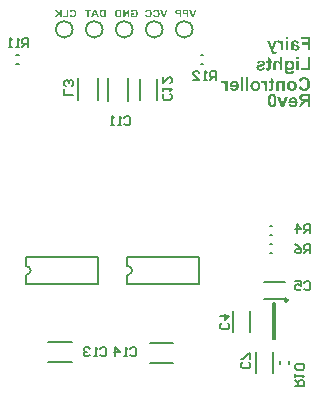
<source format=gbo>
G04*
G04 #@! TF.GenerationSoftware,Altium Limited,Altium Designer,19.0.10 (269)*
G04*
G04 Layer_Color=32896*
%FSLAX25Y25*%
%MOIN*%
G70*
G01*
G75*
%ADD10C,0.00500*%
%ADD11C,0.00800*%
%ADD12C,0.00984*%
%ADD16C,0.00787*%
%ADD67C,0.00591*%
%ADD68C,0.00600*%
G36*
X128713Y126666D02*
X127856D01*
Y127462D01*
X128713D01*
Y126666D01*
D02*
G37*
G36*
X131041Y126298D02*
X131146Y126290D01*
X131247Y126282D01*
X131340Y126267D01*
X131425Y126247D01*
X131503Y126228D01*
X131577Y126208D01*
X131639Y126189D01*
X131697Y126166D01*
X131744Y126146D01*
X131786Y126127D01*
X131817Y126108D01*
X131844Y126092D01*
X131864Y126084D01*
X131876Y126076D01*
X131879Y126073D01*
X131938Y126026D01*
X131992Y125979D01*
X132038Y125925D01*
X132085Y125871D01*
X132128Y125813D01*
X132163Y125754D01*
X132198Y125696D01*
X132225Y125642D01*
X132252Y125588D01*
X132271Y125537D01*
X132291Y125494D01*
X132306Y125456D01*
X132314Y125425D01*
X132322Y125397D01*
X132329Y125382D01*
Y125378D01*
X131550Y125238D01*
X131519Y125316D01*
X131484Y125382D01*
X131449Y125436D01*
X131418Y125479D01*
X131387Y125514D01*
X131363Y125537D01*
X131348Y125549D01*
X131344Y125553D01*
X131294Y125584D01*
X131235Y125607D01*
X131173Y125622D01*
X131119Y125634D01*
X131065Y125642D01*
X131026Y125646D01*
X130925D01*
X130871Y125642D01*
X130816Y125634D01*
X130770Y125630D01*
X130727Y125622D01*
X130692Y125611D01*
X130657Y125603D01*
X130626Y125591D01*
X130603Y125580D01*
X130580Y125572D01*
X130549Y125553D01*
X130529Y125541D01*
X130525Y125537D01*
X130483Y125491D01*
X130452Y125440D01*
X130432Y125382D01*
X130417Y125324D01*
X130409Y125269D01*
X130401Y125227D01*
Y125211D01*
Y125199D01*
Y125192D01*
Y125188D01*
Y125102D01*
X130448Y125083D01*
X130502Y125064D01*
X130564Y125044D01*
X130630Y125025D01*
X130770Y124990D01*
X130906Y124959D01*
X130972Y124943D01*
X131034Y124932D01*
X131092Y124920D01*
X131142Y124908D01*
X131181Y124901D01*
X131212Y124893D01*
X131231Y124889D01*
X131239D01*
X131321Y124874D01*
X131398Y124854D01*
X131468Y124839D01*
X131534Y124823D01*
X131596Y124804D01*
X131650Y124788D01*
X131701Y124773D01*
X131747Y124757D01*
X131790Y124742D01*
X131825Y124730D01*
X131852Y124718D01*
X131879Y124707D01*
X131899Y124699D01*
X131911Y124691D01*
X131918Y124687D01*
X131922D01*
X132008Y124641D01*
X132081Y124590D01*
X132143Y124532D01*
X132194Y124482D01*
X132236Y124431D01*
X132267Y124392D01*
X132275Y124377D01*
X132283Y124365D01*
X132291Y124362D01*
Y124358D01*
X132333Y124276D01*
X132364Y124191D01*
X132388Y124109D01*
X132403Y124036D01*
X132411Y123970D01*
X132415Y123942D01*
Y123919D01*
X132419Y123900D01*
Y123884D01*
Y123877D01*
Y123873D01*
X132415Y123795D01*
X132407Y123725D01*
X132392Y123655D01*
X132372Y123589D01*
X132353Y123531D01*
X132329Y123473D01*
X132302Y123423D01*
X132275Y123372D01*
X132248Y123329D01*
X132221Y123294D01*
X132198Y123263D01*
X132178Y123236D01*
X132159Y123213D01*
X132143Y123197D01*
X132135Y123190D01*
X132132Y123186D01*
X132073Y123139D01*
X132015Y123097D01*
X131953Y123062D01*
X131887Y123031D01*
X131821Y123003D01*
X131755Y122980D01*
X131693Y122961D01*
X131631Y122949D01*
X131573Y122938D01*
X131519Y122930D01*
X131468Y122922D01*
X131425Y122918D01*
X131391Y122914D01*
X131344D01*
X131239Y122918D01*
X131138Y122930D01*
X131049Y122949D01*
X130968Y122969D01*
X130933Y122976D01*
X130902Y122984D01*
X130875Y122996D01*
X130851Y123003D01*
X130832Y123011D01*
X130820Y123015D01*
X130812Y123019D01*
X130809D01*
X130715Y123066D01*
X130630Y123116D01*
X130549Y123170D01*
X130479Y123221D01*
X130421Y123267D01*
X130397Y123287D01*
X130378Y123306D01*
X130362Y123322D01*
X130351Y123333D01*
X130343Y123337D01*
X130339Y123341D01*
X130335Y123329D01*
X130327Y123314D01*
X130320Y123283D01*
X130316Y123267D01*
X130312Y123252D01*
X130308Y123244D01*
Y123240D01*
X130289Y123182D01*
X130273Y123132D01*
X130258Y123089D01*
X130246Y123050D01*
X130238Y123023D01*
X130230Y123003D01*
X130223Y122992D01*
Y122988D01*
X129373D01*
X129412Y123073D01*
X129443Y123151D01*
X129470Y123225D01*
X129493Y123291D01*
X129509Y123341D01*
X129520Y123384D01*
X129524Y123399D01*
Y123411D01*
X129528Y123415D01*
Y123419D01*
X129536Y123461D01*
X129540Y123504D01*
X129551Y123605D01*
X129559Y123710D01*
X129563Y123811D01*
Y123861D01*
Y123904D01*
X129567Y123946D01*
Y123981D01*
Y124012D01*
Y124032D01*
Y124047D01*
Y124051D01*
X129555Y125052D01*
Y125153D01*
X129559Y125246D01*
X129567Y125331D01*
X129575Y125409D01*
X129583Y125479D01*
X129590Y125541D01*
X129602Y125595D01*
X129613Y125646D01*
X129625Y125688D01*
X129633Y125723D01*
X129645Y125754D01*
X129652Y125778D01*
X129660Y125797D01*
X129668Y125809D01*
X129672Y125817D01*
Y125820D01*
X129695Y125859D01*
X129722Y125894D01*
X129784Y125964D01*
X129850Y126022D01*
X129916Y126073D01*
X129974Y126111D01*
X130001Y126127D01*
X130025Y126142D01*
X130044Y126150D01*
X130060Y126158D01*
X130068Y126166D01*
X130071D01*
X130126Y126189D01*
X130188Y126212D01*
X130254Y126228D01*
X130324Y126243D01*
X130463Y126267D01*
X130603Y126286D01*
X130669Y126290D01*
X130727Y126294D01*
X130781Y126298D01*
X130832D01*
X130871Y126302D01*
X130925D01*
X131041Y126298D01*
D02*
G37*
G36*
X123720Y122980D02*
X123751Y122883D01*
X123786Y122798D01*
X123825Y122720D01*
X123860Y122654D01*
X123890Y122604D01*
X123918Y122565D01*
X123933Y122542D01*
X123941Y122538D01*
Y122534D01*
X123968Y122503D01*
X123999Y122476D01*
X124069Y122429D01*
X124143Y122398D01*
X124216Y122379D01*
X124282Y122363D01*
X124310Y122359D01*
X124333D01*
X124356Y122355D01*
X124383D01*
X124445Y122359D01*
X124507Y122363D01*
X124569Y122371D01*
X124624Y122379D01*
X124674Y122387D01*
X124709Y122390D01*
X124725Y122394D01*
X124736Y122398D01*
X124744D01*
X124667Y121727D01*
X124577Y121707D01*
X124492Y121696D01*
X124410Y121684D01*
X124337Y121680D01*
X124271Y121677D01*
X124248Y121673D01*
X124181D01*
X124092Y121677D01*
X124011Y121680D01*
X123937Y121688D01*
X123875Y121700D01*
X123821Y121711D01*
X123782Y121719D01*
X123766Y121723D01*
X123755D01*
X123751Y121727D01*
X123747D01*
X123677Y121746D01*
X123615Y121770D01*
X123557Y121793D01*
X123510Y121816D01*
X123471Y121839D01*
X123444Y121855D01*
X123429Y121867D01*
X123421Y121871D01*
X123371Y121909D01*
X123328Y121948D01*
X123285Y121991D01*
X123250Y122030D01*
X123223Y122061D01*
X123204Y122092D01*
X123188Y122107D01*
X123184Y122115D01*
X123146Y122177D01*
X123107Y122243D01*
X123072Y122317D01*
X123041Y122387D01*
X123014Y122449D01*
X122998Y122476D01*
X122990Y122499D01*
X122983Y122519D01*
X122975Y122534D01*
X122971Y122542D01*
Y122546D01*
X122761Y123108D01*
X121617Y126232D01*
X122505D01*
X123266Y123927D01*
X124038Y126232D01*
X124950D01*
X123720Y122980D01*
D02*
G37*
G36*
X136000Y122988D02*
X135096D01*
Y124889D01*
X133226D01*
Y125646D01*
X135096D01*
Y126705D01*
X132931D01*
Y127462D01*
X136000D01*
Y122988D01*
D02*
G37*
G36*
X128713D02*
X127856D01*
Y126232D01*
X128713D01*
Y122988D01*
D02*
G37*
G36*
X125559Y126298D02*
X125629Y126286D01*
X125691Y126267D01*
X125745Y126251D01*
X125792Y126232D01*
X125827Y126212D01*
X125846Y126201D01*
X125854Y126197D01*
X125885Y126177D01*
X125916Y126150D01*
X125978Y126088D01*
X126040Y126018D01*
X126098Y125944D01*
X126145Y125879D01*
X126168Y125847D01*
X126184Y125824D01*
X126199Y125801D01*
X126211Y125785D01*
X126215Y125774D01*
X126218Y125770D01*
Y126232D01*
X127014D01*
Y122988D01*
X126156D01*
Y123989D01*
Y124136D01*
X126153Y124272D01*
X126149Y124396D01*
X126145Y124505D01*
X126141Y124606D01*
X126133Y124695D01*
X126129Y124773D01*
X126121Y124839D01*
X126114Y124897D01*
X126110Y124947D01*
X126102Y124986D01*
X126098Y125017D01*
X126094Y125044D01*
X126091Y125060D01*
X126087Y125068D01*
Y125072D01*
X126059Y125161D01*
X126028Y125238D01*
X125994Y125300D01*
X125962Y125351D01*
X125935Y125386D01*
X125912Y125413D01*
X125897Y125428D01*
X125893Y125432D01*
X125842Y125467D01*
X125792Y125491D01*
X125737Y125510D01*
X125691Y125522D01*
X125648Y125529D01*
X125617Y125533D01*
X125586D01*
X125516Y125525D01*
X125443Y125510D01*
X125377Y125487D01*
X125314Y125463D01*
X125260Y125436D01*
X125217Y125413D01*
X125202Y125401D01*
X125190Y125397D01*
X125186Y125390D01*
X125183D01*
X124915Y126138D01*
X125020Y126193D01*
X125120Y126232D01*
X125214Y126263D01*
X125303Y126282D01*
X125342Y126290D01*
X125373Y126294D01*
X125404Y126298D01*
X125431D01*
X125454Y126302D01*
X125481D01*
X125559Y126298D01*
D02*
G37*
G36*
X132213Y119983D02*
X131356D01*
Y120778D01*
X132213D01*
Y119983D01*
D02*
G37*
G36*
X126665Y116304D02*
X125807D01*
Y117926D01*
Y118000D01*
X125803Y118070D01*
X125800Y118136D01*
X125796Y118194D01*
X125788Y118248D01*
X125784Y118299D01*
X125776Y118345D01*
X125768Y118388D01*
X125761Y118423D01*
X125753Y118454D01*
X125749Y118481D01*
X125741Y118504D01*
X125737Y118520D01*
X125733Y118535D01*
X125730Y118539D01*
Y118543D01*
X125699Y118617D01*
X125660Y118679D01*
X125617Y118733D01*
X125578Y118780D01*
X125543Y118815D01*
X125512Y118838D01*
X125493Y118853D01*
X125485Y118857D01*
X125419Y118892D01*
X125357Y118919D01*
X125291Y118935D01*
X125233Y118950D01*
X125183Y118958D01*
X125140Y118962D01*
X125105D01*
X125035Y118958D01*
X124977Y118950D01*
X124923Y118935D01*
X124880Y118923D01*
X124841Y118908D01*
X124818Y118892D01*
X124798Y118885D01*
X124795Y118881D01*
X124752Y118850D01*
X124713Y118811D01*
X124686Y118776D01*
X124659Y118741D01*
X124643Y118710D01*
X124628Y118683D01*
X124624Y118667D01*
X124620Y118659D01*
X124612Y118628D01*
X124604Y118594D01*
X124597Y118551D01*
X124589Y118500D01*
X124581Y118396D01*
X124577Y118287D01*
X124573Y118233D01*
Y118182D01*
X124569Y118136D01*
Y118097D01*
Y118062D01*
Y118039D01*
Y118023D01*
Y118015D01*
Y116304D01*
X123712D01*
Y118202D01*
Y118283D01*
Y118357D01*
X123716Y118423D01*
X123720Y118489D01*
X123724Y118547D01*
X123728Y118597D01*
X123731Y118644D01*
X123735Y118687D01*
X123739Y118725D01*
X123743Y118756D01*
X123747Y118784D01*
X123751Y118807D01*
X123755Y118822D01*
Y118838D01*
X123759Y118842D01*
Y118846D01*
X123778Y118923D01*
X123801Y118993D01*
X123828Y119059D01*
X123860Y119113D01*
X123883Y119160D01*
X123906Y119195D01*
X123922Y119218D01*
X123925Y119226D01*
X123976Y119288D01*
X124030Y119342D01*
X124092Y119389D01*
X124151Y119431D01*
X124201Y119463D01*
X124244Y119486D01*
X124259Y119494D01*
X124271Y119501D01*
X124278Y119505D01*
X124282D01*
X124372Y119544D01*
X124465Y119571D01*
X124554Y119591D01*
X124639Y119602D01*
X124709Y119614D01*
X124740D01*
X124767Y119618D01*
X124818D01*
X124923Y119614D01*
X125023Y119598D01*
X125120Y119571D01*
X125214Y119540D01*
X125303Y119505D01*
X125384Y119463D01*
X125458Y119416D01*
X125528Y119373D01*
X125590Y119327D01*
X125644Y119280D01*
X125695Y119237D01*
X125733Y119203D01*
X125765Y119172D01*
X125788Y119144D01*
X125803Y119129D01*
X125807Y119125D01*
Y120778D01*
X126665D01*
Y116304D01*
D02*
G37*
G36*
X129412Y119614D02*
X129513Y119598D01*
X129610Y119579D01*
X129699Y119552D01*
X129788Y119517D01*
X129866Y119482D01*
X129939Y119443D01*
X130009Y119404D01*
X130068Y119362D01*
X130122Y119323D01*
X130168Y119288D01*
X130207Y119253D01*
X130238Y119226D01*
X130258Y119207D01*
X130273Y119191D01*
X130277Y119187D01*
X130347Y119102D01*
X130405Y119009D01*
X130459Y118912D01*
X130502Y118811D01*
X130541Y118706D01*
X130572Y118605D01*
X130599Y118500D01*
X130618Y118403D01*
X130638Y118310D01*
X130649Y118221D01*
X130657Y118143D01*
X130661Y118077D01*
X130665Y118019D01*
X130669Y117996D01*
Y117976D01*
Y117961D01*
Y117949D01*
Y117946D01*
Y117942D01*
X130665Y117821D01*
X130657Y117709D01*
X130642Y117600D01*
X130622Y117495D01*
X130599Y117402D01*
X130576Y117313D01*
X130549Y117228D01*
X130518Y117154D01*
X130490Y117088D01*
X130463Y117026D01*
X130440Y116975D01*
X130417Y116933D01*
X130397Y116898D01*
X130382Y116875D01*
X130374Y116859D01*
X130370Y116855D01*
X130296Y116758D01*
X130215Y116673D01*
X130133Y116599D01*
X130048Y116537D01*
X129963Y116483D01*
X129877Y116440D01*
X129792Y116401D01*
X129710Y116374D01*
X129637Y116351D01*
X129563Y116335D01*
X129501Y116320D01*
X129447Y116312D01*
X129400Y116308D01*
X129365Y116304D01*
X129338D01*
X129229Y116312D01*
X129129Y116328D01*
X129032Y116355D01*
X128938Y116386D01*
X128853Y116428D01*
X128772Y116471D01*
X128698Y116522D01*
X128632Y116572D01*
X128570Y116619D01*
X128519Y116669D01*
X128473Y116712D01*
X128434Y116754D01*
X128403Y116785D01*
X128384Y116813D01*
X128368Y116828D01*
X128364Y116836D01*
Y116359D01*
Y116308D01*
Y116258D01*
X128368Y116215D01*
X128372Y116176D01*
X128376Y116110D01*
X128384Y116056D01*
X128391Y116013D01*
X128399Y115986D01*
X128403Y115971D01*
X128407Y115967D01*
X128430Y115912D01*
X128457Y115870D01*
X128484Y115831D01*
X128516Y115800D01*
X128539Y115777D01*
X128558Y115761D01*
X128574Y115753D01*
X128578Y115749D01*
X128612Y115730D01*
X128647Y115715D01*
X128725Y115687D01*
X128810Y115672D01*
X128892Y115656D01*
X128966Y115648D01*
X128997D01*
X129028Y115645D01*
X129082D01*
X129175Y115648D01*
X129253Y115660D01*
X129319Y115676D01*
X129373Y115691D01*
X129416Y115707D01*
X129443Y115722D01*
X129462Y115734D01*
X129466Y115738D01*
X129497Y115769D01*
X129520Y115804D01*
X129540Y115842D01*
X129555Y115881D01*
X129567Y115916D01*
X129575Y115947D01*
X129579Y115967D01*
Y115974D01*
X130560Y116095D01*
X130564Y116056D01*
Y116021D01*
Y116002D01*
Y115998D01*
Y115994D01*
X130560Y115912D01*
X130549Y115839D01*
X130533Y115765D01*
X130510Y115699D01*
X130483Y115633D01*
X130456Y115575D01*
X130424Y115521D01*
X130389Y115474D01*
X130359Y115427D01*
X130327Y115389D01*
X130300Y115354D01*
X130273Y115326D01*
X130250Y115307D01*
X130234Y115288D01*
X130223Y115280D01*
X130219Y115276D01*
X130149Y115226D01*
X130068Y115183D01*
X129982Y115144D01*
X129889Y115109D01*
X129796Y115082D01*
X129699Y115059D01*
X129602Y115039D01*
X129505Y115024D01*
X129416Y115012D01*
X129330Y115005D01*
X129253Y114997D01*
X129183Y114993D01*
X129129D01*
X129086Y114989D01*
X128969D01*
X128896Y114993D01*
X128822Y114997D01*
X128752Y115005D01*
X128690Y115012D01*
X128628Y115020D01*
X128574Y115028D01*
X128527Y115035D01*
X128481Y115043D01*
X128442Y115051D01*
X128407Y115059D01*
X128380Y115067D01*
X128356Y115074D01*
X128341Y115078D01*
X128333Y115082D01*
X128329D01*
X128228Y115121D01*
X128135Y115160D01*
X128058Y115202D01*
X127992Y115245D01*
X127941Y115280D01*
X127902Y115311D01*
X127879Y115330D01*
X127871Y115338D01*
X127809Y115404D01*
X127755Y115474D01*
X127708Y115548D01*
X127673Y115621D01*
X127643Y115683D01*
X127631Y115715D01*
X127619Y115738D01*
X127611Y115757D01*
X127608Y115773D01*
X127604Y115780D01*
Y115784D01*
X127588Y115842D01*
X127573Y115901D01*
X127557Y115967D01*
X127549Y116036D01*
X127530Y116176D01*
X127518Y116316D01*
X127514Y116382D01*
X127511Y116440D01*
Y116494D01*
X127507Y116541D01*
Y116580D01*
Y116611D01*
Y116626D01*
Y116634D01*
Y119548D01*
X128310D01*
Y119090D01*
X128384Y119183D01*
X128465Y119265D01*
X128547Y119334D01*
X128632Y119397D01*
X128713Y119447D01*
X128795Y119490D01*
X128876Y119525D01*
X128954Y119552D01*
X129024Y119575D01*
X129094Y119591D01*
X129152Y119602D01*
X129202Y119610D01*
X129245Y119614D01*
X129276Y119618D01*
X129303D01*
X129412Y119614D01*
D02*
G37*
G36*
X122804Y120192D02*
Y119548D01*
X123196D01*
Y118865D01*
X122804D01*
Y117449D01*
Y117367D01*
Y117290D01*
X122800Y117224D01*
Y117162D01*
X122796Y117107D01*
Y117057D01*
X122792Y117014D01*
X122789Y116975D01*
Y116941D01*
X122785Y116913D01*
Y116890D01*
X122781Y116875D01*
Y116859D01*
X122777Y116851D01*
Y116844D01*
X122761Y116770D01*
X122746Y116700D01*
X122727Y116642D01*
X122707Y116595D01*
X122688Y116557D01*
X122676Y116529D01*
X122664Y116514D01*
X122661Y116506D01*
X122622Y116463D01*
X122579Y116425D01*
X122532Y116390D01*
X122490Y116363D01*
X122447Y116339D01*
X122416Y116324D01*
X122393Y116312D01*
X122389Y116308D01*
X122385D01*
X122315Y116281D01*
X122241Y116262D01*
X122172Y116250D01*
X122106Y116242D01*
X122051Y116234D01*
X122009Y116230D01*
X121970D01*
X121830Y116234D01*
X121702Y116250D01*
X121590Y116269D01*
X121535Y116281D01*
X121489Y116293D01*
X121442Y116304D01*
X121403Y116316D01*
X121372Y116328D01*
X121345Y116335D01*
X121322Y116343D01*
X121303Y116351D01*
X121295Y116355D01*
X121291D01*
X121365Y117022D01*
X121442Y116995D01*
X121512Y116975D01*
X121574Y116960D01*
X121621Y116952D01*
X121660Y116945D01*
X121687Y116941D01*
X121710D01*
X121741Y116945D01*
X121768Y116948D01*
X121795Y116956D01*
X121815Y116964D01*
X121834Y116972D01*
X121846Y116975D01*
X121853Y116983D01*
X121857D01*
X121877Y116999D01*
X121892Y117018D01*
X121916Y117053D01*
X121923Y117065D01*
X121927Y117076D01*
X121931Y117084D01*
Y117088D01*
X121935Y117104D01*
Y117127D01*
X121939Y117154D01*
Y117189D01*
X121943Y117263D01*
Y117344D01*
X121947Y117426D01*
Y117461D01*
Y117491D01*
Y117515D01*
Y117538D01*
Y117550D01*
Y117554D01*
Y118865D01*
X121361D01*
Y119548D01*
X121947D01*
Y120696D01*
X122804Y120192D01*
D02*
G37*
G36*
X136000Y116304D02*
X132853D01*
Y117061D01*
X135096D01*
Y120743D01*
X136000D01*
Y116304D01*
D02*
G37*
G36*
X132213D02*
X131356D01*
Y119548D01*
X132213D01*
Y116304D01*
D02*
G37*
G36*
X119708Y119614D02*
X119824Y119606D01*
X119933Y119591D01*
X120034Y119571D01*
X120127Y119552D01*
X120212Y119528D01*
X120290Y119501D01*
X120356Y119474D01*
X120418Y119447D01*
X120468Y119420D01*
X120515Y119397D01*
X120550Y119377D01*
X120577Y119358D01*
X120596Y119342D01*
X120608Y119334D01*
X120612Y119331D01*
X120670Y119276D01*
X120721Y119218D01*
X120763Y119160D01*
X120802Y119098D01*
X120833Y119040D01*
X120860Y118982D01*
X120884Y118923D01*
X120899Y118869D01*
X120915Y118818D01*
X120922Y118768D01*
X120930Y118729D01*
X120938Y118691D01*
Y118663D01*
X120942Y118640D01*
Y118624D01*
Y118621D01*
X120938Y118535D01*
X120926Y118458D01*
X120907Y118380D01*
X120884Y118310D01*
X120852Y118244D01*
X120821Y118186D01*
X120786Y118132D01*
X120752Y118081D01*
X120717Y118039D01*
X120682Y118000D01*
X120651Y117965D01*
X120620Y117942D01*
X120596Y117918D01*
X120577Y117903D01*
X120565Y117895D01*
X120562Y117891D01*
X120534Y117876D01*
X120499Y117856D01*
X120426Y117821D01*
X120336Y117782D01*
X120239Y117748D01*
X120131Y117713D01*
X120022Y117678D01*
X119797Y117616D01*
X119692Y117585D01*
X119588Y117558D01*
X119494Y117534D01*
X119413Y117515D01*
X119374Y117507D01*
X119343Y117499D01*
X119316Y117491D01*
X119293Y117488D01*
X119273Y117484D01*
X119258Y117480D01*
X119250Y117476D01*
X119246D01*
X119169Y117457D01*
X119106Y117437D01*
X119060Y117418D01*
X119021Y117398D01*
X118990Y117387D01*
X118975Y117375D01*
X118963Y117367D01*
X118959Y117364D01*
X118940Y117336D01*
X118924Y117309D01*
X118912Y117282D01*
X118905Y117259D01*
X118901Y117236D01*
X118897Y117216D01*
Y117204D01*
Y117201D01*
X118901Y117150D01*
X118916Y117104D01*
X118932Y117065D01*
X118955Y117034D01*
X118975Y117007D01*
X118994Y116987D01*
X119009Y116975D01*
X119013Y116972D01*
X119083Y116933D01*
X119161Y116902D01*
X119242Y116882D01*
X119324Y116867D01*
X119397Y116859D01*
X119429Y116855D01*
X119456D01*
X119479Y116851D01*
X119510D01*
X119619Y116855D01*
X119712Y116871D01*
X119793Y116890D01*
X119859Y116917D01*
X119910Y116941D01*
X119948Y116960D01*
X119972Y116975D01*
X119976Y116979D01*
X119980D01*
X120038Y117034D01*
X120084Y117092D01*
X120123Y117158D01*
X120154Y117216D01*
X120174Y117274D01*
X120189Y117317D01*
X120193Y117336D01*
X120197Y117348D01*
X120201Y117356D01*
Y117360D01*
X121062Y117228D01*
X121039Y117142D01*
X121008Y117065D01*
X120973Y116987D01*
X120934Y116917D01*
X120895Y116855D01*
X120852Y116793D01*
X120810Y116739D01*
X120767Y116688D01*
X120728Y116646D01*
X120689Y116607D01*
X120655Y116576D01*
X120624Y116549D01*
X120596Y116525D01*
X120577Y116510D01*
X120565Y116502D01*
X120562Y116498D01*
X120484Y116452D01*
X120406Y116409D01*
X120321Y116374D01*
X120232Y116343D01*
X120146Y116316D01*
X120057Y116297D01*
X119972Y116277D01*
X119890Y116265D01*
X119813Y116254D01*
X119739Y116246D01*
X119677Y116238D01*
X119619Y116234D01*
X119572Y116230D01*
X119510D01*
X119378Y116234D01*
X119254Y116246D01*
X119138Y116262D01*
X119029Y116281D01*
X118932Y116304D01*
X118839Y116331D01*
X118757Y116359D01*
X118684Y116390D01*
X118622Y116421D01*
X118563Y116448D01*
X118517Y116475D01*
X118478Y116498D01*
X118447Y116518D01*
X118424Y116537D01*
X118412Y116545D01*
X118408Y116549D01*
X118342Y116611D01*
X118284Y116673D01*
X118234Y116739D01*
X118191Y116805D01*
X118156Y116871D01*
X118125Y116933D01*
X118102Y116995D01*
X118082Y117053D01*
X118067Y117107D01*
X118055Y117158D01*
X118047Y117204D01*
X118040Y117243D01*
Y117274D01*
X118036Y117297D01*
Y117313D01*
Y117317D01*
X118040Y117391D01*
X118047Y117461D01*
X118059Y117526D01*
X118078Y117588D01*
X118098Y117647D01*
X118121Y117697D01*
X118144Y117744D01*
X118171Y117786D01*
X118195Y117825D01*
X118222Y117860D01*
X118245Y117887D01*
X118264Y117911D01*
X118284Y117930D01*
X118296Y117942D01*
X118303Y117949D01*
X118307Y117953D01*
X118361Y117996D01*
X118428Y118035D01*
X118497Y118073D01*
X118571Y118108D01*
X118730Y118174D01*
X118889Y118229D01*
X118963Y118252D01*
X119033Y118271D01*
X119099Y118291D01*
X119153Y118306D01*
X119200Y118318D01*
X119235Y118326D01*
X119258Y118333D01*
X119266D01*
X119386Y118361D01*
X119494Y118388D01*
X119591Y118415D01*
X119677Y118438D01*
X119754Y118458D01*
X119817Y118477D01*
X119871Y118497D01*
X119917Y118512D01*
X119956Y118527D01*
X119991Y118539D01*
X120014Y118551D01*
X120034Y118559D01*
X120045Y118566D01*
X120053Y118570D01*
X120061Y118574D01*
X120088Y118601D01*
X120111Y118624D01*
X120127Y118652D01*
X120135Y118675D01*
X120142Y118698D01*
X120146Y118714D01*
Y118725D01*
Y118729D01*
X120142Y118768D01*
X120131Y118803D01*
X120115Y118834D01*
X120096Y118857D01*
X120080Y118877D01*
X120065Y118892D01*
X120053Y118900D01*
X120049Y118904D01*
X120018Y118919D01*
X119987Y118935D01*
X119910Y118958D01*
X119832Y118978D01*
X119751Y118989D01*
X119677Y118997D01*
X119646D01*
X119619Y119001D01*
X119564D01*
X119471Y118997D01*
X119386Y118985D01*
X119316Y118966D01*
X119258Y118950D01*
X119211Y118931D01*
X119180Y118912D01*
X119161Y118900D01*
X119153Y118896D01*
X119103Y118853D01*
X119060Y118811D01*
X119025Y118760D01*
X118998Y118714D01*
X118975Y118675D01*
X118963Y118640D01*
X118955Y118617D01*
X118951Y118613D01*
Y118609D01*
X118144Y118760D01*
X118171Y118838D01*
X118199Y118908D01*
X118234Y118978D01*
X118268Y119040D01*
X118303Y119098D01*
X118342Y119148D01*
X118377Y119195D01*
X118416Y119237D01*
X118451Y119276D01*
X118486Y119311D01*
X118517Y119338D01*
X118540Y119362D01*
X118563Y119377D01*
X118579Y119389D01*
X118590Y119397D01*
X118594Y119401D01*
X118660Y119439D01*
X118730Y119474D01*
X118804Y119501D01*
X118885Y119525D01*
X119048Y119563D01*
X119207Y119591D01*
X119281Y119598D01*
X119351Y119606D01*
X119417Y119610D01*
X119471Y119614D01*
X119518Y119618D01*
X119580D01*
X119708Y119614D01*
D02*
G37*
G36*
X134079Y114086D02*
X134242Y114067D01*
X134398Y114036D01*
X134541Y113997D01*
X134677Y113951D01*
X134801Y113896D01*
X134917Y113842D01*
X135018Y113784D01*
X135111Y113726D01*
X135193Y113671D01*
X135263Y113617D01*
X135321Y113570D01*
X135368Y113532D01*
X135399Y113501D01*
X135418Y113481D01*
X135426Y113473D01*
X135527Y113353D01*
X135616Y113221D01*
X135694Y113085D01*
X135759Y112942D01*
X135814Y112798D01*
X135860Y112655D01*
X135899Y112511D01*
X135926Y112375D01*
X135953Y112243D01*
X135969Y112127D01*
X135981Y112018D01*
X135988Y111968D01*
X135992Y111925D01*
Y111883D01*
X135996Y111848D01*
Y111817D01*
X136000Y111790D01*
Y111766D01*
Y111751D01*
Y111743D01*
Y111739D01*
X135992Y111545D01*
X135977Y111363D01*
X135946Y111192D01*
X135911Y111033D01*
X135868Y110882D01*
X135818Y110746D01*
X135767Y110622D01*
X135713Y110509D01*
X135662Y110408D01*
X135608Y110319D01*
X135562Y110245D01*
X135519Y110183D01*
X135484Y110133D01*
X135453Y110098D01*
X135437Y110078D01*
X135430Y110071D01*
X135317Y109966D01*
X135201Y109873D01*
X135080Y109791D01*
X134956Y109722D01*
X134836Y109663D01*
X134712Y109613D01*
X134595Y109574D01*
X134479Y109543D01*
X134374Y109516D01*
X134277Y109496D01*
X134188Y109485D01*
X134110Y109473D01*
X134079D01*
X134048Y109469D01*
X134025D01*
X134002Y109465D01*
X133963D01*
X133831Y109469D01*
X133707Y109481D01*
X133587Y109496D01*
X133474Y109520D01*
X133369Y109547D01*
X133272Y109578D01*
X133183Y109609D01*
X133102Y109644D01*
X133028Y109675D01*
X132962Y109706D01*
X132908Y109737D01*
X132861Y109764D01*
X132822Y109787D01*
X132799Y109803D01*
X132780Y109815D01*
X132776Y109818D01*
X132690Y109888D01*
X132613Y109970D01*
X132539Y110051D01*
X132473Y110141D01*
X132411Y110230D01*
X132357Y110319D01*
X132306Y110412D01*
X132264Y110497D01*
X132225Y110579D01*
X132194Y110656D01*
X132167Y110726D01*
X132143Y110788D01*
X132128Y110839D01*
X132112Y110878D01*
X132108Y110889D01*
Y110901D01*
X132105Y110905D01*
Y110909D01*
X132981Y111188D01*
X133005Y111099D01*
X133032Y111017D01*
X133059Y110940D01*
X133090Y110866D01*
X133121Y110804D01*
X133152Y110742D01*
X133183Y110691D01*
X133214Y110641D01*
X133241Y110602D01*
X133268Y110563D01*
X133296Y110536D01*
X133315Y110509D01*
X133334Y110490D01*
X133346Y110478D01*
X133354Y110470D01*
X133358Y110466D01*
X133408Y110428D01*
X133459Y110393D01*
X133509Y110362D01*
X133563Y110335D01*
X133614Y110311D01*
X133664Y110292D01*
X133761Y110265D01*
X133808Y110257D01*
X133847Y110249D01*
X133881Y110245D01*
X133913Y110241D01*
X133940Y110238D01*
X133975D01*
X134064Y110241D01*
X134149Y110253D01*
X134227Y110272D01*
X134304Y110292D01*
X134374Y110319D01*
X134436Y110350D01*
X134498Y110381D01*
X134553Y110416D01*
X134599Y110451D01*
X134642Y110482D01*
X134681Y110513D01*
X134712Y110540D01*
X134735Y110563D01*
X134751Y110579D01*
X134762Y110591D01*
X134766Y110594D01*
X134820Y110668D01*
X134867Y110750D01*
X134906Y110839D01*
X134941Y110936D01*
X134972Y111037D01*
X134995Y111138D01*
X135014Y111239D01*
X135030Y111336D01*
X135042Y111429D01*
X135053Y111518D01*
X135061Y111595D01*
X135065Y111665D01*
Y111723D01*
X135069Y111747D01*
Y111766D01*
Y111786D01*
Y111797D01*
Y111801D01*
Y111805D01*
X135065Y111949D01*
X135057Y112084D01*
X135042Y112208D01*
X135022Y112325D01*
X134999Y112426D01*
X134972Y112523D01*
X134945Y112608D01*
X134914Y112682D01*
X134886Y112748D01*
X134859Y112806D01*
X134832Y112853D01*
X134809Y112891D01*
X134789Y112923D01*
X134774Y112946D01*
X134766Y112957D01*
X134762Y112961D01*
X134700Y113023D01*
X134638Y113082D01*
X134572Y113128D01*
X134506Y113171D01*
X134436Y113206D01*
X134370Y113233D01*
X134304Y113256D01*
X134242Y113276D01*
X134184Y113291D01*
X134130Y113303D01*
X134079Y113310D01*
X134037Y113318D01*
X134002D01*
X133978Y113322D01*
X133955D01*
X133889Y113318D01*
X133823Y113314D01*
X133707Y113291D01*
X133602Y113256D01*
X133556Y113237D01*
X133513Y113221D01*
X133474Y113202D01*
X133439Y113182D01*
X133412Y113163D01*
X133389Y113147D01*
X133369Y113136D01*
X133354Y113124D01*
X133346Y113120D01*
X133342Y113117D01*
X133296Y113078D01*
X133257Y113035D01*
X133183Y112946D01*
X133125Y112856D01*
X133082Y112767D01*
X133047Y112690D01*
X133036Y112655D01*
X133024Y112628D01*
X133016Y112604D01*
X133012Y112585D01*
X133009Y112573D01*
Y112569D01*
X132116Y112783D01*
X132147Y112880D01*
X132182Y112973D01*
X132217Y113058D01*
X132252Y113136D01*
X132291Y113210D01*
X132329Y113279D01*
X132368Y113341D01*
X132403Y113396D01*
X132438Y113442D01*
X132469Y113485D01*
X132500Y113524D01*
X132524Y113551D01*
X132547Y113574D01*
X132562Y113594D01*
X132570Y113601D01*
X132574Y113605D01*
X132675Y113691D01*
X132780Y113768D01*
X132888Y113830D01*
X133001Y113889D01*
X133113Y113935D01*
X133222Y113974D01*
X133331Y114009D01*
X133435Y114032D01*
X133532Y114051D01*
X133622Y114067D01*
X133703Y114079D01*
X133773Y114086D01*
X133831Y114090D01*
X133854Y114094D01*
X133909D01*
X134079Y114086D01*
D02*
G37*
G36*
X123662Y113431D02*
Y112787D01*
X124054D01*
Y112104D01*
X123662D01*
Y110688D01*
Y110606D01*
Y110529D01*
X123658Y110462D01*
Y110400D01*
X123654Y110346D01*
Y110296D01*
X123650Y110253D01*
X123646Y110214D01*
Y110179D01*
X123642Y110152D01*
Y110129D01*
X123638Y110113D01*
Y110098D01*
X123634Y110090D01*
Y110082D01*
X123619Y110009D01*
X123603Y109939D01*
X123584Y109880D01*
X123565Y109834D01*
X123545Y109795D01*
X123534Y109768D01*
X123522Y109753D01*
X123518Y109745D01*
X123479Y109702D01*
X123437Y109663D01*
X123390Y109628D01*
X123347Y109601D01*
X123305Y109578D01*
X123274Y109562D01*
X123250Y109551D01*
X123246Y109547D01*
X123243D01*
X123173Y109520D01*
X123099Y109500D01*
X123029Y109489D01*
X122963Y109481D01*
X122909Y109473D01*
X122866Y109469D01*
X122827D01*
X122688Y109473D01*
X122560Y109489D01*
X122447Y109508D01*
X122393Y109520D01*
X122346Y109531D01*
X122300Y109543D01*
X122261Y109555D01*
X122230Y109566D01*
X122203Y109574D01*
X122179Y109582D01*
X122160Y109590D01*
X122152Y109593D01*
X122148D01*
X122222Y110261D01*
X122300Y110234D01*
X122370Y110214D01*
X122432Y110199D01*
X122478Y110191D01*
X122517Y110183D01*
X122544Y110179D01*
X122567D01*
X122599Y110183D01*
X122626Y110187D01*
X122653Y110195D01*
X122672Y110203D01*
X122692Y110210D01*
X122703Y110214D01*
X122711Y110222D01*
X122715D01*
X122734Y110238D01*
X122750Y110257D01*
X122773Y110292D01*
X122781Y110303D01*
X122785Y110315D01*
X122789Y110323D01*
Y110327D01*
X122792Y110342D01*
Y110365D01*
X122796Y110393D01*
Y110428D01*
X122800Y110501D01*
Y110583D01*
X122804Y110664D01*
Y110699D01*
Y110730D01*
Y110754D01*
Y110777D01*
Y110788D01*
Y110792D01*
Y112104D01*
X122218D01*
Y112787D01*
X122804D01*
Y113935D01*
X123662Y113431D01*
D02*
G37*
G36*
X110776Y112853D02*
X110889Y112837D01*
X110997Y112814D01*
X111094Y112787D01*
X111191Y112752D01*
X111277Y112713D01*
X111358Y112670D01*
X111432Y112628D01*
X111498Y112585D01*
X111556Y112542D01*
X111606Y112503D01*
X111645Y112469D01*
X111680Y112441D01*
X111703Y112418D01*
X111719Y112402D01*
X111723Y112399D01*
X111797Y112309D01*
X111863Y112212D01*
X111917Y112111D01*
X111963Y112007D01*
X112006Y111902D01*
X112041Y111797D01*
X112068Y111696D01*
X112088Y111595D01*
X112107Y111502D01*
X112119Y111417D01*
X112130Y111339D01*
X112134Y111270D01*
X112138Y111215D01*
X112142Y111173D01*
Y111157D01*
Y111145D01*
Y111142D01*
Y111138D01*
X112138Y111013D01*
X112126Y110897D01*
X112111Y110785D01*
X112091Y110680D01*
X112068Y110579D01*
X112041Y110486D01*
X112014Y110404D01*
X111983Y110327D01*
X111952Y110257D01*
X111925Y110195D01*
X111897Y110144D01*
X111874Y110102D01*
X111855Y110067D01*
X111835Y110040D01*
X111828Y110024D01*
X111824Y110020D01*
X111742Y109923D01*
X111653Y109838D01*
X111556Y109764D01*
X111455Y109702D01*
X111354Y109648D01*
X111249Y109605D01*
X111145Y109566D01*
X111048Y109539D01*
X110951Y109516D01*
X110862Y109500D01*
X110784Y109485D01*
X110714Y109477D01*
X110656Y109473D01*
X110633D01*
X110609Y109469D01*
X110574D01*
X110477Y109473D01*
X110384Y109481D01*
X110295Y109493D01*
X110210Y109508D01*
X110132Y109527D01*
X110058Y109547D01*
X109992Y109570D01*
X109930Y109593D01*
X109876Y109613D01*
X109826Y109636D01*
X109783Y109655D01*
X109748Y109675D01*
X109721Y109690D01*
X109701Y109702D01*
X109690Y109710D01*
X109686Y109714D01*
X109620Y109760D01*
X109562Y109815D01*
X109503Y109869D01*
X109453Y109931D01*
X109406Y109989D01*
X109364Y110047D01*
X109325Y110106D01*
X109290Y110164D01*
X109259Y110218D01*
X109232Y110268D01*
X109213Y110315D01*
X109193Y110354D01*
X109181Y110385D01*
X109170Y110412D01*
X109162Y110428D01*
Y110432D01*
X110016Y110575D01*
X110047Y110490D01*
X110078Y110416D01*
X110113Y110354D01*
X110148Y110303D01*
X110179Y110265D01*
X110202Y110238D01*
X110217Y110222D01*
X110225Y110218D01*
X110280Y110183D01*
X110334Y110156D01*
X110392Y110137D01*
X110446Y110125D01*
X110493Y110117D01*
X110528Y110109D01*
X110563D01*
X110617Y110113D01*
X110668Y110117D01*
X110765Y110141D01*
X110850Y110175D01*
X110920Y110214D01*
X110978Y110253D01*
X111001Y110272D01*
X111021Y110288D01*
X111036Y110300D01*
X111048Y110311D01*
X111052Y110315D01*
X111056Y110319D01*
X111090Y110362D01*
X111121Y110404D01*
X111149Y110455D01*
X111172Y110501D01*
X111207Y110602D01*
X111234Y110699D01*
X111242Y110742D01*
X111249Y110785D01*
X111253Y110819D01*
X111257Y110854D01*
Y110882D01*
X111261Y110901D01*
Y110913D01*
Y110916D01*
X109116D01*
Y111095D01*
X109127Y111262D01*
X109146Y111417D01*
X109174Y111561D01*
X109201Y111689D01*
X109236Y111809D01*
X109275Y111917D01*
X109309Y112014D01*
X109348Y112100D01*
X109387Y112174D01*
X109422Y112236D01*
X109453Y112286D01*
X109480Y112325D01*
X109500Y112352D01*
X109515Y112372D01*
X109519Y112375D01*
X109600Y112461D01*
X109686Y112534D01*
X109779Y112600D01*
X109872Y112655D01*
X109969Y112701D01*
X110062Y112740D01*
X110155Y112771D01*
X110245Y112798D01*
X110330Y112818D01*
X110407Y112829D01*
X110477Y112841D01*
X110539Y112849D01*
X110590Y112853D01*
X110629Y112856D01*
X110660D01*
X110776Y112853D01*
D02*
G37*
G36*
X125776Y112849D02*
X125889Y112833D01*
X125997Y112806D01*
X126098Y112771D01*
X126191Y112728D01*
X126281Y112682D01*
X126362Y112635D01*
X126436Y112585D01*
X126502Y112531D01*
X126560Y112484D01*
X126610Y112437D01*
X126649Y112395D01*
X126684Y112360D01*
X126707Y112333D01*
X126723Y112317D01*
X126727Y112309D01*
Y112787D01*
X127522D01*
Y109543D01*
X126665D01*
Y111010D01*
Y111107D01*
X126661Y111196D01*
X126657Y111281D01*
X126653Y111355D01*
X126649Y111425D01*
X126645Y111483D01*
X126638Y111537D01*
X126634Y111588D01*
X126626Y111627D01*
X126622Y111661D01*
X126618Y111693D01*
X126610Y111716D01*
X126607Y111731D01*
Y111747D01*
X126603Y111751D01*
Y111755D01*
X126572Y111828D01*
X126537Y111890D01*
X126498Y111945D01*
X126459Y111991D01*
X126420Y112026D01*
X126389Y112053D01*
X126370Y112073D01*
X126362Y112077D01*
X126292Y112119D01*
X126222Y112150D01*
X126156Y112170D01*
X126094Y112185D01*
X126040Y112193D01*
X125997Y112201D01*
X125959D01*
X125897Y112197D01*
X125838Y112185D01*
X125788Y112174D01*
X125745Y112158D01*
X125710Y112139D01*
X125687Y112127D01*
X125668Y112115D01*
X125664Y112111D01*
X125621Y112077D01*
X125582Y112038D01*
X125551Y111999D01*
X125528Y111960D01*
X125508Y111925D01*
X125497Y111898D01*
X125489Y111879D01*
X125485Y111871D01*
X125474Y111840D01*
X125466Y111797D01*
X125458Y111751D01*
X125450Y111700D01*
X125443Y111592D01*
X125435Y111475D01*
X125431Y111421D01*
Y111371D01*
X125427Y111324D01*
Y111281D01*
Y111246D01*
Y111219D01*
Y111204D01*
Y111196D01*
Y109543D01*
X124569D01*
Y111557D01*
Y111627D01*
X124573Y111689D01*
Y111747D01*
X124577Y111805D01*
X124581Y111855D01*
X124585Y111902D01*
X124589Y111945D01*
X124593Y111984D01*
X124601Y112018D01*
X124604Y112049D01*
X124608Y112073D01*
X124612Y112092D01*
X124616Y112111D01*
Y112123D01*
X124620Y112127D01*
Y112131D01*
X124639Y112205D01*
X124667Y112275D01*
X124694Y112333D01*
X124721Y112387D01*
X124748Y112430D01*
X124767Y112465D01*
X124783Y112484D01*
X124787Y112492D01*
X124837Y112550D01*
X124892Y112600D01*
X124954Y112643D01*
X125012Y112682D01*
X125062Y112713D01*
X125105Y112732D01*
X125120Y112740D01*
X125132Y112748D01*
X125140Y112752D01*
X125144D01*
X125233Y112787D01*
X125322Y112814D01*
X125408Y112829D01*
X125489Y112845D01*
X125559Y112853D01*
X125586D01*
X125613Y112856D01*
X125660D01*
X125776Y112849D01*
D02*
G37*
G36*
X120201Y112853D02*
X120271Y112841D01*
X120333Y112822D01*
X120387Y112806D01*
X120433Y112787D01*
X120468Y112767D01*
X120488Y112756D01*
X120495Y112752D01*
X120527Y112732D01*
X120558Y112705D01*
X120620Y112643D01*
X120682Y112573D01*
X120740Y112499D01*
X120786Y112434D01*
X120810Y112402D01*
X120825Y112379D01*
X120841Y112356D01*
X120852Y112340D01*
X120856Y112329D01*
X120860Y112325D01*
Y112787D01*
X121656D01*
Y109543D01*
X120798D01*
Y110544D01*
Y110691D01*
X120794Y110827D01*
X120790Y110951D01*
X120786Y111060D01*
X120783Y111161D01*
X120775Y111250D01*
X120771Y111328D01*
X120763Y111394D01*
X120756Y111452D01*
X120752Y111502D01*
X120744Y111541D01*
X120740Y111572D01*
X120736Y111599D01*
X120732Y111615D01*
X120728Y111623D01*
Y111627D01*
X120701Y111716D01*
X120670Y111793D01*
X120635Y111855D01*
X120604Y111906D01*
X120577Y111941D01*
X120554Y111968D01*
X120538Y111984D01*
X120534Y111987D01*
X120484Y112022D01*
X120433Y112046D01*
X120379Y112065D01*
X120333Y112077D01*
X120290Y112084D01*
X120259Y112088D01*
X120228D01*
X120158Y112081D01*
X120084Y112065D01*
X120018Y112042D01*
X119956Y112018D01*
X119902Y111991D01*
X119859Y111968D01*
X119844Y111956D01*
X119832Y111952D01*
X119828Y111945D01*
X119824D01*
X119557Y112694D01*
X119661Y112748D01*
X119762Y112787D01*
X119855Y112818D01*
X119945Y112837D01*
X119983Y112845D01*
X120014Y112849D01*
X120045Y112853D01*
X120073D01*
X120096Y112856D01*
X120123D01*
X120201Y112853D01*
D02*
G37*
G36*
X115366Y109543D02*
X114509D01*
Y114017D01*
X115366D01*
Y109543D01*
D02*
G37*
G36*
X113628D02*
X112770D01*
Y114017D01*
X113628D01*
Y109543D01*
D02*
G37*
G36*
X106997Y112853D02*
X107067Y112841D01*
X107129Y112822D01*
X107183Y112806D01*
X107230Y112787D01*
X107265Y112767D01*
X107284Y112756D01*
X107292Y112752D01*
X107323Y112732D01*
X107354Y112705D01*
X107416Y112643D01*
X107478Y112573D01*
X107536Y112499D01*
X107583Y112434D01*
X107606Y112402D01*
X107622Y112379D01*
X107637Y112356D01*
X107649Y112340D01*
X107653Y112329D01*
X107657Y112325D01*
Y112787D01*
X108452D01*
Y109543D01*
X107595D01*
Y110544D01*
Y110691D01*
X107591Y110827D01*
X107587Y110951D01*
X107583Y111060D01*
X107579Y111161D01*
X107571Y111250D01*
X107567Y111328D01*
X107560Y111394D01*
X107552Y111452D01*
X107548Y111502D01*
X107540Y111541D01*
X107536Y111572D01*
X107532Y111599D01*
X107529Y111615D01*
X107525Y111623D01*
Y111627D01*
X107498Y111716D01*
X107466Y111793D01*
X107432Y111855D01*
X107401Y111906D01*
X107373Y111941D01*
X107350Y111968D01*
X107335Y111984D01*
X107331Y111987D01*
X107280Y112022D01*
X107230Y112046D01*
X107176Y112065D01*
X107129Y112077D01*
X107086Y112084D01*
X107055Y112088D01*
X107024D01*
X106954Y112081D01*
X106881Y112065D01*
X106815Y112042D01*
X106753Y112018D01*
X106698Y111991D01*
X106656Y111968D01*
X106640Y111956D01*
X106628Y111952D01*
X106624Y111945D01*
X106621D01*
X106353Y112694D01*
X106458Y112748D01*
X106559Y112787D01*
X106652Y112818D01*
X106741Y112837D01*
X106780Y112845D01*
X106811Y112849D01*
X106842Y112853D01*
X106869D01*
X106892Y112856D01*
X106919D01*
X106997Y112853D01*
D02*
G37*
G36*
X129951D02*
X130036Y112849D01*
X130199Y112822D01*
X130273Y112806D01*
X130347Y112791D01*
X130413Y112771D01*
X130475Y112752D01*
X130529Y112728D01*
X130580Y112709D01*
X130622Y112694D01*
X130657Y112678D01*
X130688Y112662D01*
X130708Y112651D01*
X130723Y112647D01*
X130727Y112643D01*
X130797Y112600D01*
X130863Y112558D01*
X130925Y112507D01*
X130983Y112461D01*
X131034Y112410D01*
X131084Y112360D01*
X131127Y112309D01*
X131169Y112259D01*
X131204Y112212D01*
X131235Y112170D01*
X131259Y112135D01*
X131282Y112100D01*
X131297Y112073D01*
X131309Y112053D01*
X131317Y112038D01*
X131321Y112034D01*
X131356Y111960D01*
X131391Y111883D01*
X131418Y111809D01*
X131441Y111735D01*
X131480Y111595D01*
X131491Y111533D01*
X131503Y111471D01*
X131511Y111413D01*
X131519Y111363D01*
X131523Y111320D01*
X131526Y111281D01*
X131530Y111250D01*
Y111227D01*
Y111211D01*
Y111207D01*
X131526Y111107D01*
X131523Y111006D01*
X131511Y110913D01*
X131499Y110823D01*
X131480Y110738D01*
X131464Y110660D01*
X131445Y110591D01*
X131425Y110525D01*
X131406Y110462D01*
X131387Y110412D01*
X131367Y110365D01*
X131352Y110327D01*
X131340Y110296D01*
X131328Y110276D01*
X131325Y110261D01*
X131321Y110257D01*
X131278Y110187D01*
X131235Y110121D01*
X131185Y110059D01*
X131134Y110001D01*
X131084Y109947D01*
X131034Y109900D01*
X130983Y109857D01*
X130937Y109818D01*
X130890Y109783D01*
X130847Y109753D01*
X130809Y109725D01*
X130774Y109706D01*
X130746Y109687D01*
X130727Y109675D01*
X130712Y109671D01*
X130708Y109667D01*
X130630Y109632D01*
X130556Y109601D01*
X130479Y109574D01*
X130405Y109555D01*
X130262Y109516D01*
X130195Y109504D01*
X130130Y109493D01*
X130071Y109485D01*
X130021Y109481D01*
X129974Y109477D01*
X129936Y109473D01*
X129901Y109469D01*
X129858D01*
X129726Y109473D01*
X129598Y109489D01*
X129478Y109512D01*
X129365Y109543D01*
X129260Y109582D01*
X129163Y109621D01*
X129070Y109663D01*
X128989Y109710D01*
X128915Y109756D01*
X128849Y109799D01*
X128795Y109838D01*
X128748Y109877D01*
X128709Y109908D01*
X128686Y109931D01*
X128667Y109947D01*
X128663Y109950D01*
X128578Y110044D01*
X128504Y110141D01*
X128442Y110241D01*
X128387Y110346D01*
X128341Y110447D01*
X128302Y110548D01*
X128271Y110649D01*
X128244Y110742D01*
X128225Y110831D01*
X128209Y110913D01*
X128201Y110982D01*
X128193Y111048D01*
X128190Y111099D01*
X128186Y111138D01*
Y111149D01*
Y111161D01*
Y111165D01*
Y111169D01*
X128190Y111304D01*
X128205Y111429D01*
X128228Y111553D01*
X128259Y111665D01*
X128294Y111770D01*
X128337Y111871D01*
X128380Y111964D01*
X128422Y112046D01*
X128465Y112119D01*
X128508Y112185D01*
X128550Y112243D01*
X128585Y112290D01*
X128616Y112325D01*
X128640Y112352D01*
X128655Y112372D01*
X128659Y112375D01*
X128748Y112461D01*
X128845Y112534D01*
X128946Y112600D01*
X129043Y112655D01*
X129144Y112701D01*
X129245Y112740D01*
X129342Y112771D01*
X129435Y112798D01*
X129524Y112818D01*
X129606Y112829D01*
X129676Y112841D01*
X129742Y112849D01*
X129792Y112853D01*
X129831Y112856D01*
X129862D01*
X129951Y112853D01*
D02*
G37*
G36*
X117803D02*
X117888Y112849D01*
X118051Y112822D01*
X118125Y112806D01*
X118199Y112791D01*
X118264Y112771D01*
X118327Y112752D01*
X118381Y112728D01*
X118431Y112709D01*
X118474Y112694D01*
X118509Y112678D01*
X118540Y112662D01*
X118559Y112651D01*
X118575Y112647D01*
X118579Y112643D01*
X118649Y112600D01*
X118715Y112558D01*
X118777Y112507D01*
X118835Y112461D01*
X118885Y112410D01*
X118936Y112360D01*
X118978Y112309D01*
X119021Y112259D01*
X119056Y112212D01*
X119087Y112170D01*
X119110Y112135D01*
X119134Y112100D01*
X119149Y112073D01*
X119161Y112053D01*
X119169Y112038D01*
X119172Y112034D01*
X119207Y111960D01*
X119242Y111883D01*
X119269Y111809D01*
X119293Y111735D01*
X119332Y111595D01*
X119343Y111533D01*
X119355Y111471D01*
X119363Y111413D01*
X119370Y111363D01*
X119374Y111320D01*
X119378Y111281D01*
X119382Y111250D01*
Y111227D01*
Y111211D01*
Y111207D01*
X119378Y111107D01*
X119374Y111006D01*
X119363Y110913D01*
X119351Y110823D01*
X119332Y110738D01*
X119316Y110660D01*
X119297Y110591D01*
X119277Y110525D01*
X119258Y110462D01*
X119238Y110412D01*
X119219Y110365D01*
X119203Y110327D01*
X119192Y110296D01*
X119180Y110276D01*
X119176Y110261D01*
X119172Y110257D01*
X119130Y110187D01*
X119087Y110121D01*
X119037Y110059D01*
X118986Y110001D01*
X118936Y109947D01*
X118885Y109900D01*
X118835Y109857D01*
X118788Y109818D01*
X118742Y109783D01*
X118699Y109753D01*
X118660Y109725D01*
X118625Y109706D01*
X118598Y109687D01*
X118579Y109675D01*
X118563Y109671D01*
X118559Y109667D01*
X118482Y109632D01*
X118408Y109601D01*
X118331Y109574D01*
X118257Y109555D01*
X118113Y109516D01*
X118047Y109504D01*
X117981Y109493D01*
X117923Y109485D01*
X117873Y109481D01*
X117826Y109477D01*
X117787Y109473D01*
X117752Y109469D01*
X117710D01*
X117578Y109473D01*
X117450Y109489D01*
X117329Y109512D01*
X117217Y109543D01*
X117112Y109582D01*
X117015Y109621D01*
X116922Y109663D01*
X116841Y109710D01*
X116767Y109756D01*
X116701Y109799D01*
X116647Y109838D01*
X116600Y109877D01*
X116561Y109908D01*
X116538Y109931D01*
X116518Y109947D01*
X116515Y109950D01*
X116429Y110044D01*
X116356Y110141D01*
X116294Y110241D01*
X116239Y110346D01*
X116193Y110447D01*
X116154Y110548D01*
X116123Y110649D01*
X116096Y110742D01*
X116076Y110831D01*
X116061Y110913D01*
X116053Y110982D01*
X116045Y111048D01*
X116041Y111099D01*
X116037Y111138D01*
Y111149D01*
Y111161D01*
Y111165D01*
Y111169D01*
X116041Y111304D01*
X116057Y111429D01*
X116080Y111553D01*
X116111Y111665D01*
X116146Y111770D01*
X116189Y111871D01*
X116231Y111964D01*
X116274Y112046D01*
X116317Y112119D01*
X116359Y112185D01*
X116402Y112243D01*
X116437Y112290D01*
X116468Y112325D01*
X116491Y112352D01*
X116507Y112372D01*
X116511Y112375D01*
X116600Y112461D01*
X116697Y112534D01*
X116798Y112600D01*
X116895Y112655D01*
X116996Y112701D01*
X117097Y112740D01*
X117194Y112771D01*
X117287Y112798D01*
X117376Y112818D01*
X117457Y112829D01*
X117527Y112841D01*
X117593Y112849D01*
X117644Y112853D01*
X117683Y112856D01*
X117714D01*
X117803Y112853D01*
D02*
G37*
G36*
X127126Y104078D02*
X126354D01*
X125066Y107321D01*
X125947D01*
X126564Y105665D01*
X126599Y105564D01*
X126614Y105517D01*
X126630Y105474D01*
X126641Y105439D01*
X126649Y105412D01*
X126653Y105397D01*
X126657Y105389D01*
X126665Y105358D01*
X126680Y105319D01*
X126692Y105273D01*
X126707Y105226D01*
X126723Y105180D01*
X126735Y105145D01*
X126738Y105129D01*
X126742Y105117D01*
X126746Y105114D01*
Y105110D01*
X126925Y105665D01*
X127534Y107321D01*
X128434D01*
X127126Y104078D01*
D02*
G37*
G36*
X130382Y107387D02*
X130494Y107372D01*
X130603Y107348D01*
X130700Y107321D01*
X130797Y107286D01*
X130882Y107248D01*
X130964Y107205D01*
X131037Y107162D01*
X131103Y107120D01*
X131162Y107077D01*
X131212Y107038D01*
X131251Y107003D01*
X131286Y106976D01*
X131309Y106953D01*
X131325Y106937D01*
X131328Y106933D01*
X131402Y106844D01*
X131468Y106747D01*
X131523Y106646D01*
X131569Y106541D01*
X131612Y106437D01*
X131647Y106332D01*
X131674Y106231D01*
X131693Y106130D01*
X131713Y106037D01*
X131724Y105952D01*
X131736Y105874D01*
X131740Y105804D01*
X131744Y105750D01*
X131747Y105707D01*
Y105692D01*
Y105680D01*
Y105676D01*
Y105672D01*
X131744Y105548D01*
X131732Y105432D01*
X131717Y105319D01*
X131697Y105214D01*
X131674Y105114D01*
X131647Y105020D01*
X131620Y104939D01*
X131588Y104861D01*
X131557Y104791D01*
X131530Y104729D01*
X131503Y104679D01*
X131480Y104636D01*
X131460Y104601D01*
X131441Y104574D01*
X131433Y104559D01*
X131429Y104555D01*
X131348Y104458D01*
X131259Y104373D01*
X131162Y104299D01*
X131061Y104237D01*
X130960Y104182D01*
X130855Y104140D01*
X130750Y104101D01*
X130653Y104074D01*
X130556Y104050D01*
X130467Y104035D01*
X130389Y104019D01*
X130320Y104012D01*
X130262Y104008D01*
X130238D01*
X130215Y104004D01*
X130180D01*
X130083Y104008D01*
X129990Y104016D01*
X129901Y104027D01*
X129815Y104043D01*
X129738Y104062D01*
X129664Y104081D01*
X129598Y104105D01*
X129536Y104128D01*
X129482Y104147D01*
X129431Y104171D01*
X129388Y104190D01*
X129354Y104209D01*
X129326Y104225D01*
X129307Y104237D01*
X129295Y104244D01*
X129291Y104248D01*
X129226Y104295D01*
X129167Y104349D01*
X129109Y104403D01*
X129059Y104466D01*
X129012Y104524D01*
X128969Y104582D01*
X128931Y104640D01*
X128896Y104698D01*
X128865Y104753D01*
X128838Y104803D01*
X128818Y104850D01*
X128799Y104888D01*
X128787Y104920D01*
X128775Y104947D01*
X128768Y104962D01*
Y104966D01*
X129621Y105110D01*
X129652Y105024D01*
X129683Y104951D01*
X129718Y104888D01*
X129753Y104838D01*
X129784Y104799D01*
X129807Y104772D01*
X129823Y104757D01*
X129831Y104753D01*
X129885Y104718D01*
X129939Y104691D01*
X129998Y104671D01*
X130052Y104660D01*
X130098Y104652D01*
X130133Y104644D01*
X130168D01*
X130223Y104648D01*
X130273Y104652D01*
X130370Y104675D01*
X130456Y104710D01*
X130525Y104749D01*
X130584Y104788D01*
X130607Y104807D01*
X130626Y104823D01*
X130642Y104834D01*
X130653Y104846D01*
X130657Y104850D01*
X130661Y104854D01*
X130696Y104896D01*
X130727Y104939D01*
X130754Y104989D01*
X130778Y105036D01*
X130812Y105137D01*
X130840Y105234D01*
X130847Y105277D01*
X130855Y105319D01*
X130859Y105354D01*
X130863Y105389D01*
Y105416D01*
X130867Y105436D01*
Y105447D01*
Y105451D01*
X128721D01*
Y105630D01*
X128733Y105796D01*
X128752Y105952D01*
X128779Y106095D01*
X128806Y106223D01*
X128841Y106343D01*
X128880Y106452D01*
X128915Y106549D01*
X128954Y106634D01*
X128993Y106708D01*
X129028Y106770D01*
X129059Y106821D01*
X129086Y106860D01*
X129105Y106887D01*
X129121Y106906D01*
X129125Y106910D01*
X129206Y106995D01*
X129291Y107069D01*
X129385Y107135D01*
X129478Y107189D01*
X129575Y107236D01*
X129668Y107275D01*
X129761Y107306D01*
X129850Y107333D01*
X129936Y107352D01*
X130013Y107364D01*
X130083Y107376D01*
X130145Y107383D01*
X130195Y107387D01*
X130234Y107391D01*
X130265D01*
X130382Y107387D01*
D02*
G37*
G36*
X136000Y104078D02*
X135096D01*
Y105944D01*
X134855D01*
X134805Y105940D01*
X134712Y105936D01*
X134634Y105928D01*
X134568Y105921D01*
X134522Y105909D01*
X134487Y105901D01*
X134467Y105897D01*
X134460Y105893D01*
X134405Y105870D01*
X134355Y105843D01*
X134312Y105812D01*
X134269Y105781D01*
X134235Y105754D01*
X134211Y105730D01*
X134192Y105715D01*
X134188Y105707D01*
X134161Y105676D01*
X134130Y105641D01*
X134095Y105595D01*
X134060Y105548D01*
X133982Y105439D01*
X133901Y105327D01*
X133862Y105273D01*
X133827Y105222D01*
X133796Y105176D01*
X133769Y105137D01*
X133742Y105102D01*
X133726Y105075D01*
X133715Y105059D01*
X133711Y105052D01*
X133059Y104078D01*
X131976D01*
X132524Y104947D01*
X132582Y105040D01*
X132640Y105129D01*
X132690Y105207D01*
X132741Y105280D01*
X132787Y105346D01*
X132830Y105408D01*
X132869Y105459D01*
X132904Y105505D01*
X132935Y105548D01*
X132962Y105579D01*
X132985Y105610D01*
X133005Y105633D01*
X133020Y105649D01*
X133032Y105665D01*
X133036Y105668D01*
X133040Y105672D01*
X133113Y105746D01*
X133195Y105820D01*
X133276Y105882D01*
X133350Y105936D01*
X133420Y105983D01*
X133447Y106002D01*
X133470Y106018D01*
X133493Y106033D01*
X133509Y106041D01*
X133517Y106049D01*
X133521D01*
X133416Y106068D01*
X133315Y106091D01*
X133222Y106119D01*
X133137Y106149D01*
X133055Y106181D01*
X132985Y106216D01*
X132919Y106250D01*
X132861Y106285D01*
X132811Y106320D01*
X132764Y106351D01*
X132725Y106382D01*
X132694Y106410D01*
X132671Y106429D01*
X132655Y106444D01*
X132644Y106456D01*
X132640Y106460D01*
X132586Y106522D01*
X132543Y106592D01*
X132500Y106658D01*
X132465Y106728D01*
X132438Y106801D01*
X132415Y106867D01*
X132396Y106937D01*
X132380Y106999D01*
X132364Y107061D01*
X132357Y107116D01*
X132349Y107166D01*
X132345Y107209D01*
X132341Y107244D01*
Y107271D01*
Y107290D01*
Y107294D01*
X132345Y107368D01*
X132349Y107438D01*
X132372Y107570D01*
X132388Y107632D01*
X132403Y107690D01*
X132423Y107744D01*
X132438Y107795D01*
X132458Y107837D01*
X132477Y107880D01*
X132492Y107915D01*
X132508Y107942D01*
X132520Y107965D01*
X132531Y107981D01*
X132535Y107992D01*
X132539Y107996D01*
X132578Y108051D01*
X132617Y108105D01*
X132659Y108152D01*
X132702Y108194D01*
X132745Y108233D01*
X132787Y108268D01*
X132873Y108330D01*
X132946Y108373D01*
X132977Y108388D01*
X133005Y108404D01*
X133028Y108415D01*
X133043Y108423D01*
X133055Y108427D01*
X133059D01*
X133125Y108450D01*
X133199Y108470D01*
X133276Y108485D01*
X133358Y108501D01*
X133532Y108520D01*
X133703Y108536D01*
X133784Y108540D01*
X133858Y108544D01*
X133924Y108547D01*
X133986Y108551D01*
X136000D01*
Y104078D01*
D02*
G37*
G36*
X123398Y108567D02*
X123506Y108551D01*
X123611Y108528D01*
X123712Y108497D01*
X123801Y108462D01*
X123883Y108423D01*
X123960Y108384D01*
X124026Y108342D01*
X124088Y108295D01*
X124143Y108256D01*
X124185Y108218D01*
X124224Y108183D01*
X124251Y108152D01*
X124275Y108128D01*
X124286Y108113D01*
X124290Y108109D01*
X124329Y108055D01*
X124368Y107996D01*
X124434Y107872D01*
X124492Y107736D01*
X124542Y107589D01*
X124585Y107442D01*
X124620Y107290D01*
X124651Y107139D01*
X124674Y106992D01*
X124694Y106852D01*
X124705Y106720D01*
X124717Y106600D01*
Y106545D01*
X124721Y106495D01*
X124725Y106452D01*
Y106410D01*
X124729Y106375D01*
Y106343D01*
Y106320D01*
Y106305D01*
Y106293D01*
Y106289D01*
Y106169D01*
X124725Y106056D01*
X124717Y105948D01*
X124713Y105843D01*
X124701Y105742D01*
X124690Y105645D01*
X124678Y105556D01*
X124667Y105467D01*
X124651Y105381D01*
X124636Y105304D01*
X124620Y105230D01*
X124601Y105156D01*
X124585Y105090D01*
X124566Y105028D01*
X124546Y104966D01*
X124527Y104912D01*
X124492Y104811D01*
X124457Y104726D01*
X124422Y104656D01*
X124391Y104597D01*
X124364Y104555D01*
X124345Y104524D01*
X124333Y104508D01*
X124329Y104500D01*
X124251Y104411D01*
X124170Y104334D01*
X124084Y104268D01*
X123995Y104209D01*
X123906Y104163D01*
X123821Y104124D01*
X123735Y104089D01*
X123654Y104062D01*
X123576Y104043D01*
X123506Y104027D01*
X123440Y104016D01*
X123386Y104008D01*
X123340Y104004D01*
X123305Y104000D01*
X123277D01*
X123157Y104004D01*
X123049Y104019D01*
X122940Y104043D01*
X122843Y104070D01*
X122754Y104105D01*
X122672Y104144D01*
X122595Y104186D01*
X122525Y104229D01*
X122467Y104272D01*
X122412Y104314D01*
X122370Y104353D01*
X122331Y104388D01*
X122304Y104415D01*
X122280Y104438D01*
X122269Y104454D01*
X122265Y104458D01*
X122226Y104512D01*
X122187Y104570D01*
X122117Y104694D01*
X122059Y104834D01*
X122009Y104978D01*
X121966Y105125D01*
X121931Y105280D01*
X121900Y105432D01*
X121877Y105579D01*
X121861Y105719D01*
X121846Y105851D01*
X121834Y105971D01*
Y106025D01*
X121830Y106076D01*
X121826Y106119D01*
Y106161D01*
X121823Y106196D01*
Y106227D01*
Y106250D01*
Y106266D01*
Y106278D01*
Y106281D01*
Y106398D01*
X121826Y106510D01*
X121834Y106619D01*
X121842Y106724D01*
X121850Y106825D01*
X121861Y106922D01*
X121877Y107015D01*
X121892Y107104D01*
X121908Y107189D01*
X121923Y107267D01*
X121943Y107345D01*
X121962Y107418D01*
X122001Y107550D01*
X122040Y107670D01*
X122082Y107775D01*
X122121Y107864D01*
X122160Y107938D01*
X122191Y108000D01*
X122222Y108047D01*
X122241Y108078D01*
X122257Y108097D01*
X122261Y108105D01*
X122331Y108186D01*
X122408Y108260D01*
X122490Y108322D01*
X122575Y108373D01*
X122657Y108419D01*
X122742Y108458D01*
X122827Y108489D01*
X122905Y108512D01*
X122983Y108532D01*
X123052Y108547D01*
X123115Y108555D01*
X123169Y108563D01*
X123215Y108567D01*
X123250Y108571D01*
X123277D01*
X123398Y108567D01*
D02*
G37*
G36*
X53136Y134000D02*
X52619D01*
Y134773D01*
X52201Y135201D01*
X51498Y134000D01*
X50829D01*
X51846Y135563D01*
X50883Y136560D01*
X51578D01*
X52619Y135423D01*
Y136560D01*
X53136D01*
Y134000D01*
D02*
G37*
G36*
X56901Y136600D02*
X56994Y136589D01*
X57083Y136571D01*
X57165Y136549D01*
X57243Y136522D01*
X57314Y136491D01*
X57381Y136460D01*
X57438Y136426D01*
X57492Y136393D01*
X57538Y136362D01*
X57578Y136331D01*
X57612Y136304D01*
X57638Y136282D01*
X57656Y136264D01*
X57667Y136253D01*
X57671Y136249D01*
X57729Y136180D01*
X57780Y136105D01*
X57825Y136027D01*
X57862Y135945D01*
X57893Y135863D01*
X57920Y135780D01*
X57942Y135698D01*
X57958Y135621D01*
X57973Y135545D01*
X57982Y135478D01*
X57989Y135416D01*
X57993Y135388D01*
X57996Y135363D01*
Y135339D01*
X57998Y135319D01*
Y135301D01*
X58000Y135285D01*
Y135272D01*
Y135263D01*
Y135259D01*
Y135257D01*
X57996Y135145D01*
X57987Y135041D01*
X57969Y134943D01*
X57949Y134853D01*
X57924Y134766D01*
X57896Y134688D01*
X57867Y134617D01*
X57836Y134553D01*
X57807Y134495D01*
X57776Y134444D01*
X57749Y134402D01*
X57725Y134366D01*
X57705Y134337D01*
X57687Y134318D01*
X57678Y134306D01*
X57674Y134302D01*
X57609Y134242D01*
X57543Y134189D01*
X57474Y134142D01*
X57403Y134102D01*
X57334Y134069D01*
X57263Y134040D01*
X57196Y134018D01*
X57130Y134000D01*
X57070Y133984D01*
X57014Y133973D01*
X56963Y133967D01*
X56919Y133960D01*
X56901D01*
X56883Y133958D01*
X56870D01*
X56857Y133956D01*
X56835D01*
X56759Y133958D01*
X56688Y133965D01*
X56619Y133973D01*
X56555Y133987D01*
X56495Y134002D01*
X56439Y134020D01*
X56388Y134038D01*
X56342Y134058D01*
X56300Y134075D01*
X56262Y134093D01*
X56231Y134111D01*
X56204Y134126D01*
X56182Y134140D01*
X56169Y134149D01*
X56157Y134155D01*
X56155Y134158D01*
X56106Y134198D01*
X56062Y134244D01*
X56020Y134291D01*
X55982Y134342D01*
X55946Y134393D01*
X55915Y134444D01*
X55887Y134497D01*
X55862Y134546D01*
X55840Y134593D01*
X55822Y134637D01*
X55807Y134677D01*
X55793Y134713D01*
X55784Y134741D01*
X55776Y134764D01*
X55773Y134770D01*
Y134777D01*
X55771Y134779D01*
Y134781D01*
X56273Y134941D01*
X56286Y134890D01*
X56302Y134844D01*
X56317Y134799D01*
X56335Y134757D01*
X56353Y134722D01*
X56371Y134686D01*
X56388Y134657D01*
X56406Y134628D01*
X56422Y134606D01*
X56437Y134584D01*
X56453Y134568D01*
X56464Y134553D01*
X56475Y134542D01*
X56481Y134535D01*
X56486Y134531D01*
X56488Y134528D01*
X56517Y134506D01*
X56546Y134486D01*
X56575Y134468D01*
X56606Y134453D01*
X56635Y134440D01*
X56664Y134429D01*
X56719Y134413D01*
X56746Y134408D01*
X56768Y134404D01*
X56788Y134402D01*
X56806Y134400D01*
X56821Y134397D01*
X56841D01*
X56892Y134400D01*
X56941Y134406D01*
X56985Y134417D01*
X57030Y134429D01*
X57070Y134444D01*
X57105Y134462D01*
X57141Y134479D01*
X57172Y134500D01*
X57199Y134520D01*
X57223Y134537D01*
X57245Y134555D01*
X57263Y134571D01*
X57276Y134584D01*
X57285Y134593D01*
X57292Y134599D01*
X57294Y134602D01*
X57325Y134644D01*
X57352Y134690D01*
X57374Y134741D01*
X57394Y134797D01*
X57412Y134855D01*
X57425Y134912D01*
X57436Y134970D01*
X57445Y135026D01*
X57452Y135079D01*
X57458Y135130D01*
X57463Y135174D01*
X57465Y135214D01*
Y135248D01*
X57467Y135261D01*
Y135272D01*
Y135283D01*
Y135290D01*
Y135292D01*
Y135294D01*
X57465Y135376D01*
X57460Y135454D01*
X57452Y135525D01*
X57441Y135592D01*
X57427Y135650D01*
X57412Y135705D01*
X57396Y135754D01*
X57378Y135796D01*
X57363Y135834D01*
X57347Y135867D01*
X57332Y135894D01*
X57319Y135916D01*
X57307Y135934D01*
X57298Y135947D01*
X57294Y135954D01*
X57292Y135956D01*
X57256Y135991D01*
X57221Y136025D01*
X57183Y136051D01*
X57145Y136076D01*
X57105Y136096D01*
X57068Y136111D01*
X57030Y136125D01*
X56994Y136136D01*
X56961Y136144D01*
X56930Y136151D01*
X56901Y136156D01*
X56877Y136160D01*
X56857D01*
X56843Y136162D01*
X56830D01*
X56792Y136160D01*
X56755Y136158D01*
X56688Y136144D01*
X56628Y136125D01*
X56601Y136113D01*
X56577Y136105D01*
X56555Y136093D01*
X56535Y136082D01*
X56519Y136071D01*
X56506Y136062D01*
X56495Y136056D01*
X56486Y136049D01*
X56481Y136047D01*
X56479Y136045D01*
X56453Y136022D01*
X56431Y135998D01*
X56388Y135947D01*
X56355Y135896D01*
X56331Y135845D01*
X56311Y135800D01*
X56304Y135780D01*
X56297Y135765D01*
X56293Y135752D01*
X56291Y135740D01*
X56288Y135734D01*
Y135732D01*
X55778Y135854D01*
X55796Y135909D01*
X55816Y135962D01*
X55835Y136011D01*
X55856Y136056D01*
X55878Y136098D01*
X55900Y136138D01*
X55922Y136173D01*
X55942Y136205D01*
X55962Y136231D01*
X55980Y136256D01*
X55998Y136278D01*
X56011Y136293D01*
X56024Y136307D01*
X56033Y136318D01*
X56037Y136322D01*
X56040Y136324D01*
X56098Y136373D01*
X56157Y136418D01*
X56220Y136453D01*
X56284Y136486D01*
X56348Y136513D01*
X56410Y136535D01*
X56473Y136555D01*
X56533Y136568D01*
X56588Y136580D01*
X56639Y136589D01*
X56686Y136595D01*
X56726Y136600D01*
X56759Y136602D01*
X56772Y136604D01*
X56803D01*
X56901Y136600D01*
D02*
G37*
G36*
X55312Y134000D02*
X53511D01*
Y134433D01*
X54794D01*
Y136540D01*
X55312D01*
Y134000D01*
D02*
G37*
G36*
X67893Y134044D02*
X66867D01*
X66818Y134047D01*
X66772Y134049D01*
X66727Y134053D01*
X66687Y134058D01*
X66650Y134062D01*
X66616Y134067D01*
X66585Y134071D01*
X66556Y134075D01*
X66532Y134080D01*
X66512Y134084D01*
X66494Y134089D01*
X66481Y134093D01*
X66472Y134096D01*
X66465Y134098D01*
X66463D01*
X66421Y134113D01*
X66381Y134126D01*
X66346Y134144D01*
X66310Y134160D01*
X66277Y134178D01*
X66248Y134195D01*
X66219Y134211D01*
X66195Y134226D01*
X66172Y134242D01*
X66155Y134257D01*
X66137Y134269D01*
X66123Y134280D01*
X66112Y134289D01*
X66106Y134295D01*
X66101Y134300D01*
X66099Y134302D01*
X66066Y134335D01*
X66037Y134371D01*
X65982Y134446D01*
X65935Y134522D01*
X65895Y134593D01*
X65879Y134626D01*
X65866Y134657D01*
X65853Y134684D01*
X65844Y134708D01*
X65835Y134728D01*
X65830Y134741D01*
X65826Y134753D01*
Y134755D01*
X65799Y134844D01*
X65779Y134937D01*
X65766Y135028D01*
X65759Y135070D01*
X65755Y135112D01*
X65753Y135152D01*
X65751Y135188D01*
X65748Y135219D01*
Y135245D01*
X65746Y135268D01*
Y135285D01*
Y135294D01*
Y135299D01*
Y135365D01*
X65751Y135427D01*
X65753Y135487D01*
X65759Y135545D01*
X65766Y135598D01*
X65773Y135647D01*
X65779Y135694D01*
X65788Y135736D01*
X65797Y135774D01*
X65804Y135807D01*
X65811Y135836D01*
X65817Y135858D01*
X65822Y135878D01*
X65826Y135891D01*
X65830Y135900D01*
Y135903D01*
X65866Y135991D01*
X65884Y136033D01*
X65904Y136071D01*
X65926Y136109D01*
X65946Y136142D01*
X65966Y136173D01*
X65986Y136202D01*
X66004Y136229D01*
X66021Y136251D01*
X66037Y136271D01*
X66050Y136287D01*
X66061Y136300D01*
X66070Y136311D01*
X66075Y136316D01*
X66077Y136318D01*
X66108Y136349D01*
X66139Y136378D01*
X66172Y136402D01*
X66203Y136426D01*
X66237Y136449D01*
X66268Y136466D01*
X66328Y136500D01*
X66357Y136513D01*
X66381Y136524D01*
X66403Y136533D01*
X66423Y136540D01*
X66439Y136546D01*
X66450Y136551D01*
X66459Y136553D01*
X66461D01*
X66494Y136562D01*
X66530Y136571D01*
X66607Y136582D01*
X66690Y136591D01*
X66767Y136597D01*
X66805Y136600D01*
X66838Y136602D01*
X66869D01*
X66896Y136604D01*
X67893D01*
Y134044D01*
D02*
G37*
G36*
X65569D02*
X65020D01*
X64809Y134626D01*
X63786D01*
X63564Y134044D01*
X63000D01*
X64023Y136604D01*
X64574D01*
X65569Y134044D01*
D02*
G37*
G36*
X62907Y136171D02*
X62147D01*
Y134044D01*
X61630D01*
Y136171D01*
X60873D01*
Y136604D01*
X62907D01*
Y136171D01*
D02*
G37*
G36*
X75637Y134000D02*
X75157D01*
Y135672D01*
X74127Y134000D01*
X73608D01*
Y136560D01*
X74087D01*
Y134848D01*
X75135Y136560D01*
X75637D01*
Y134000D01*
D02*
G37*
G36*
X77311Y136602D02*
X77375Y136600D01*
X77437Y136593D01*
X77495Y136584D01*
X77548Y136575D01*
X77599Y136564D01*
X77646Y136551D01*
X77688Y136540D01*
X77726Y136529D01*
X77759Y136515D01*
X77788Y136504D01*
X77812Y136495D01*
X77832Y136486D01*
X77846Y136482D01*
X77855Y136477D01*
X77857Y136475D01*
X77917Y136442D01*
X77970Y136407D01*
X78023Y136369D01*
X78070Y136331D01*
X78114Y136291D01*
X78154Y136251D01*
X78190Y136211D01*
X78223Y136173D01*
X78252Y136138D01*
X78279Y136105D01*
X78299Y136076D01*
X78316Y136049D01*
X78330Y136027D01*
X78338Y136011D01*
X78345Y136002D01*
X78347Y135998D01*
X78376Y135938D01*
X78403Y135878D01*
X78425Y135818D01*
X78443Y135756D01*
X78461Y135696D01*
X78474Y135636D01*
X78485Y135581D01*
X78494Y135527D01*
X78501Y135476D01*
X78505Y135430D01*
X78509Y135390D01*
X78512Y135354D01*
Y135328D01*
X78514Y135305D01*
Y135292D01*
Y135290D01*
Y135288D01*
X78512Y135219D01*
X78507Y135152D01*
X78501Y135088D01*
X78490Y135026D01*
X78478Y134966D01*
X78467Y134910D01*
X78454Y134857D01*
X78438Y134808D01*
X78425Y134764D01*
X78412Y134724D01*
X78401Y134688D01*
X78387Y134659D01*
X78378Y134635D01*
X78372Y134617D01*
X78367Y134608D01*
X78365Y134604D01*
X78334Y134546D01*
X78303Y134493D01*
X78268Y134444D01*
X78232Y134397D01*
X78194Y134353D01*
X78157Y134313D01*
X78121Y134277D01*
X78083Y134246D01*
X78050Y134218D01*
X78019Y134193D01*
X77990Y134171D01*
X77966Y134153D01*
X77946Y134140D01*
X77930Y134131D01*
X77919Y134124D01*
X77917Y134122D01*
X77859Y134093D01*
X77801Y134067D01*
X77741Y134044D01*
X77681Y134027D01*
X77622Y134009D01*
X77564Y133996D01*
X77506Y133984D01*
X77453Y133976D01*
X77404Y133969D01*
X77357Y133965D01*
X77317Y133960D01*
X77282Y133958D01*
X77255D01*
X77233Y133956D01*
X77215D01*
X77155Y133958D01*
X77098Y133960D01*
X76984Y133973D01*
X76931Y133982D01*
X76880Y133993D01*
X76831Y134004D01*
X76787Y134016D01*
X76745Y134024D01*
X76707Y134036D01*
X76674Y134047D01*
X76647Y134055D01*
X76625Y134062D01*
X76607Y134069D01*
X76598Y134071D01*
X76594Y134073D01*
X76538Y134096D01*
X76485Y134120D01*
X76436Y134144D01*
X76389Y134167D01*
X76347Y134191D01*
X76307Y134213D01*
X76274Y134235D01*
X76241Y134257D01*
X76214Y134277D01*
X76190Y134295D01*
X76167Y134311D01*
X76152Y134324D01*
X76139Y134335D01*
X76127Y134344D01*
X76123Y134348D01*
X76121Y134351D01*
Y135372D01*
X77235D01*
Y134939D01*
X76643D01*
Y134615D01*
X76689Y134582D01*
X76736Y134553D01*
X76782Y134526D01*
X76827Y134504D01*
X76867Y134484D01*
X76882Y134477D01*
X76898Y134471D01*
X76909Y134466D01*
X76918Y134462D01*
X76922Y134459D01*
X76924D01*
X76984Y134440D01*
X77044Y134424D01*
X77098Y134413D01*
X77146Y134406D01*
X77169Y134402D01*
X77189D01*
X77206Y134400D01*
X77220Y134397D01*
X77249D01*
X77308Y134400D01*
X77366Y134406D01*
X77420Y134417D01*
X77470Y134433D01*
X77517Y134451D01*
X77561Y134468D01*
X77601Y134491D01*
X77637Y134511D01*
X77670Y134533D01*
X77697Y134553D01*
X77721Y134571D01*
X77741Y134588D01*
X77759Y134604D01*
X77770Y134615D01*
X77777Y134622D01*
X77779Y134624D01*
X77815Y134668D01*
X77846Y134719D01*
X77872Y134773D01*
X77897Y134828D01*
X77915Y134884D01*
X77932Y134941D01*
X77946Y134997D01*
X77957Y135052D01*
X77963Y135103D01*
X77970Y135152D01*
X77974Y135194D01*
X77979Y135232D01*
Y135263D01*
X77981Y135288D01*
Y135296D01*
Y135303D01*
Y135305D01*
Y135308D01*
X77979Y135385D01*
X77972Y135456D01*
X77963Y135525D01*
X77950Y135587D01*
X77934Y135643D01*
X77917Y135696D01*
X77899Y135743D01*
X77881Y135787D01*
X77864Y135825D01*
X77843Y135856D01*
X77828Y135885D01*
X77812Y135907D01*
X77799Y135925D01*
X77790Y135936D01*
X77784Y135945D01*
X77781Y135947D01*
X77741Y135985D01*
X77701Y136018D01*
X77657Y136047D01*
X77613Y136071D01*
X77568Y136093D01*
X77524Y136109D01*
X77479Y136125D01*
X77437Y136136D01*
X77397Y136144D01*
X77362Y136151D01*
X77328Y136156D01*
X77300Y136160D01*
X77277D01*
X77260Y136162D01*
X77244D01*
X77202Y136160D01*
X77164Y136158D01*
X77091Y136144D01*
X77058Y136136D01*
X77026Y136127D01*
X77000Y136118D01*
X76973Y136107D01*
X76951Y136096D01*
X76929Y136087D01*
X76913Y136078D01*
X76898Y136069D01*
X76887Y136062D01*
X76878Y136056D01*
X76873Y136054D01*
X76871Y136051D01*
X76820Y136007D01*
X76776Y135960D01*
X76740Y135909D01*
X76714Y135863D01*
X76691Y135820D01*
X76685Y135803D01*
X76678Y135787D01*
X76674Y135774D01*
X76669Y135765D01*
X76667Y135758D01*
Y135756D01*
X76154Y135852D01*
X76170Y135916D01*
X76192Y135976D01*
X76214Y136033D01*
X76241Y136085D01*
X76270Y136136D01*
X76298Y136180D01*
X76327Y136222D01*
X76356Y136258D01*
X76385Y136291D01*
X76412Y136320D01*
X76436Y136344D01*
X76458Y136366D01*
X76476Y136382D01*
X76489Y136393D01*
X76498Y136400D01*
X76500Y136402D01*
X76554Y136438D01*
X76609Y136469D01*
X76667Y136495D01*
X76729Y136520D01*
X76791Y136538D01*
X76853Y136555D01*
X76913Y136568D01*
X76971Y136580D01*
X77026Y136586D01*
X77080Y136593D01*
X77124Y136597D01*
X77164Y136602D01*
X77197D01*
X77211Y136604D01*
X77244D01*
X77311Y136602D01*
D02*
G37*
G36*
X73064Y134000D02*
X72038D01*
X71989Y134002D01*
X71943Y134004D01*
X71898Y134009D01*
X71858Y134013D01*
X71821Y134018D01*
X71787Y134022D01*
X71756Y134027D01*
X71727Y134031D01*
X71703Y134036D01*
X71683Y134040D01*
X71665Y134044D01*
X71652Y134049D01*
X71643Y134051D01*
X71636Y134053D01*
X71634D01*
X71592Y134069D01*
X71552Y134082D01*
X71517Y134100D01*
X71481Y134115D01*
X71448Y134133D01*
X71419Y134151D01*
X71390Y134167D01*
X71365Y134182D01*
X71343Y134198D01*
X71326Y134213D01*
X71308Y134224D01*
X71294Y134235D01*
X71283Y134244D01*
X71277Y134251D01*
X71272Y134255D01*
X71270Y134257D01*
X71237Y134291D01*
X71208Y134326D01*
X71152Y134402D01*
X71106Y134477D01*
X71066Y134548D01*
X71050Y134582D01*
X71037Y134613D01*
X71024Y134639D01*
X71015Y134664D01*
X71006Y134684D01*
X71001Y134697D01*
X70997Y134708D01*
Y134710D01*
X70970Y134799D01*
X70950Y134892D01*
X70937Y134984D01*
X70930Y135026D01*
X70926Y135068D01*
X70924Y135108D01*
X70921Y135143D01*
X70919Y135174D01*
Y135201D01*
X70917Y135223D01*
Y135241D01*
Y135250D01*
Y135254D01*
Y135321D01*
X70921Y135383D01*
X70924Y135443D01*
X70930Y135501D01*
X70937Y135554D01*
X70944Y135603D01*
X70950Y135650D01*
X70959Y135692D01*
X70968Y135729D01*
X70975Y135763D01*
X70982Y135792D01*
X70988Y135814D01*
X70993Y135834D01*
X70997Y135847D01*
X71001Y135856D01*
Y135858D01*
X71037Y135947D01*
X71055Y135989D01*
X71075Y136027D01*
X71097Y136065D01*
X71117Y136098D01*
X71137Y136129D01*
X71157Y136158D01*
X71175Y136185D01*
X71192Y136207D01*
X71208Y136227D01*
X71221Y136242D01*
X71232Y136256D01*
X71241Y136267D01*
X71246Y136271D01*
X71248Y136273D01*
X71279Y136304D01*
X71310Y136333D01*
X71343Y136358D01*
X71374Y136382D01*
X71408Y136404D01*
X71439Y136422D01*
X71499Y136455D01*
X71528Y136469D01*
X71552Y136480D01*
X71574Y136489D01*
X71594Y136495D01*
X71610Y136502D01*
X71621Y136506D01*
X71630Y136509D01*
X71632D01*
X71665Y136518D01*
X71701Y136526D01*
X71778Y136538D01*
X71861Y136546D01*
X71938Y136553D01*
X71976Y136555D01*
X72009Y136557D01*
X72040D01*
X72067Y136560D01*
X73064D01*
Y134000D01*
D02*
G37*
G36*
X87412D02*
X86857D01*
X85943Y136560D01*
X86493D01*
X87119Y134666D01*
X87767Y136560D01*
X88327D01*
X87412Y134000D01*
D02*
G37*
G36*
X84673Y136600D02*
X84766Y136589D01*
X84855Y136571D01*
X84937Y136549D01*
X85015Y136522D01*
X85086Y136491D01*
X85152Y136460D01*
X85210Y136426D01*
X85263Y136393D01*
X85310Y136362D01*
X85350Y136331D01*
X85383Y136304D01*
X85410Y136282D01*
X85428Y136264D01*
X85439Y136253D01*
X85443Y136249D01*
X85501Y136180D01*
X85552Y136105D01*
X85596Y136027D01*
X85634Y135945D01*
X85665Y135863D01*
X85692Y135780D01*
X85714Y135698D01*
X85729Y135621D01*
X85745Y135545D01*
X85754Y135478D01*
X85761Y135416D01*
X85765Y135388D01*
X85767Y135363D01*
Y135339D01*
X85769Y135319D01*
Y135301D01*
X85772Y135285D01*
Y135272D01*
Y135263D01*
Y135259D01*
Y135257D01*
X85767Y135145D01*
X85758Y135041D01*
X85741Y134943D01*
X85721Y134853D01*
X85696Y134766D01*
X85667Y134688D01*
X85638Y134617D01*
X85607Y134553D01*
X85579Y134495D01*
X85547Y134444D01*
X85521Y134402D01*
X85496Y134366D01*
X85476Y134337D01*
X85459Y134318D01*
X85450Y134306D01*
X85445Y134302D01*
X85381Y134242D01*
X85314Y134189D01*
X85246Y134142D01*
X85175Y134102D01*
X85106Y134069D01*
X85035Y134040D01*
X84968Y134018D01*
X84901Y134000D01*
X84842Y133984D01*
X84786Y133973D01*
X84735Y133967D01*
X84690Y133960D01*
X84673D01*
X84655Y133958D01*
X84642D01*
X84628Y133956D01*
X84606D01*
X84531Y133958D01*
X84460Y133965D01*
X84391Y133973D01*
X84326Y133987D01*
X84267Y134002D01*
X84211Y134020D01*
X84160Y134038D01*
X84113Y134058D01*
X84071Y134075D01*
X84033Y134093D01*
X84002Y134111D01*
X83976Y134126D01*
X83953Y134140D01*
X83940Y134149D01*
X83929Y134155D01*
X83927Y134158D01*
X83878Y134198D01*
X83834Y134244D01*
X83791Y134291D01*
X83754Y134342D01*
X83718Y134393D01*
X83687Y134444D01*
X83658Y134497D01*
X83634Y134546D01*
X83612Y134593D01*
X83594Y134637D01*
X83578Y134677D01*
X83565Y134713D01*
X83556Y134741D01*
X83547Y134764D01*
X83545Y134770D01*
Y134777D01*
X83543Y134779D01*
Y134781D01*
X84044Y134941D01*
X84058Y134890D01*
X84073Y134844D01*
X84089Y134799D01*
X84107Y134757D01*
X84124Y134722D01*
X84142Y134686D01*
X84160Y134657D01*
X84178Y134628D01*
X84193Y134606D01*
X84209Y134584D01*
X84224Y134568D01*
X84235Y134553D01*
X84246Y134542D01*
X84253Y134535D01*
X84258Y134531D01*
X84260Y134528D01*
X84289Y134506D01*
X84318Y134486D01*
X84346Y134468D01*
X84377Y134453D01*
X84406Y134440D01*
X84435Y134429D01*
X84491Y134413D01*
X84517Y134408D01*
X84540Y134404D01*
X84560Y134402D01*
X84577Y134400D01*
X84593Y134397D01*
X84613D01*
X84664Y134400D01*
X84713Y134406D01*
X84757Y134417D01*
X84802Y134429D01*
X84842Y134444D01*
X84877Y134462D01*
X84913Y134479D01*
X84944Y134500D01*
X84970Y134520D01*
X84995Y134537D01*
X85017Y134555D01*
X85035Y134571D01*
X85048Y134584D01*
X85057Y134593D01*
X85063Y134599D01*
X85066Y134602D01*
X85097Y134644D01*
X85123Y134690D01*
X85146Y134741D01*
X85166Y134797D01*
X85183Y134855D01*
X85197Y134912D01*
X85208Y134970D01*
X85217Y135026D01*
X85223Y135079D01*
X85230Y135130D01*
X85234Y135174D01*
X85237Y135214D01*
Y135248D01*
X85239Y135261D01*
Y135272D01*
Y135283D01*
Y135290D01*
Y135292D01*
Y135294D01*
X85237Y135376D01*
X85232Y135454D01*
X85223Y135525D01*
X85212Y135592D01*
X85199Y135650D01*
X85183Y135705D01*
X85168Y135754D01*
X85150Y135796D01*
X85135Y135834D01*
X85119Y135867D01*
X85103Y135894D01*
X85090Y135916D01*
X85079Y135934D01*
X85070Y135947D01*
X85066Y135954D01*
X85063Y135956D01*
X85028Y135991D01*
X84992Y136025D01*
X84955Y136051D01*
X84917Y136076D01*
X84877Y136096D01*
X84839Y136111D01*
X84802Y136125D01*
X84766Y136136D01*
X84733Y136144D01*
X84702Y136151D01*
X84673Y136156D01*
X84648Y136160D01*
X84628D01*
X84615Y136162D01*
X84602D01*
X84564Y136160D01*
X84526Y136158D01*
X84460Y136144D01*
X84400Y136125D01*
X84373Y136113D01*
X84349Y136105D01*
X84326Y136093D01*
X84307Y136082D01*
X84291Y136071D01*
X84278Y136062D01*
X84267Y136056D01*
X84258Y136049D01*
X84253Y136047D01*
X84251Y136045D01*
X84224Y136022D01*
X84202Y135998D01*
X84160Y135947D01*
X84127Y135896D01*
X84102Y135845D01*
X84082Y135800D01*
X84076Y135780D01*
X84069Y135765D01*
X84065Y135752D01*
X84062Y135740D01*
X84060Y135734D01*
Y135732D01*
X83549Y135854D01*
X83567Y135909D01*
X83587Y135962D01*
X83607Y136011D01*
X83627Y136056D01*
X83649Y136098D01*
X83671Y136138D01*
X83694Y136173D01*
X83714Y136205D01*
X83734Y136231D01*
X83751Y136256D01*
X83769Y136278D01*
X83783Y136293D01*
X83796Y136307D01*
X83805Y136318D01*
X83809Y136322D01*
X83811Y136324D01*
X83869Y136373D01*
X83929Y136418D01*
X83991Y136453D01*
X84056Y136486D01*
X84120Y136513D01*
X84182Y136535D01*
X84244Y136555D01*
X84304Y136568D01*
X84360Y136580D01*
X84411Y136589D01*
X84457Y136595D01*
X84497Y136600D01*
X84531Y136602D01*
X84544Y136604D01*
X84575D01*
X84673Y136600D01*
D02*
G37*
G36*
X82091D02*
X82184Y136589D01*
X82273Y136571D01*
X82355Y136549D01*
X82433Y136522D01*
X82504Y136491D01*
X82570Y136460D01*
X82628Y136426D01*
X82681Y136393D01*
X82728Y136362D01*
X82768Y136331D01*
X82801Y136304D01*
X82828Y136282D01*
X82846Y136264D01*
X82857Y136253D01*
X82861Y136249D01*
X82919Y136180D01*
X82970Y136105D01*
X83014Y136027D01*
X83052Y135945D01*
X83083Y135863D01*
X83110Y135780D01*
X83132Y135698D01*
X83148Y135621D01*
X83163Y135545D01*
X83172Y135478D01*
X83179Y135416D01*
X83183Y135388D01*
X83185Y135363D01*
Y135339D01*
X83188Y135319D01*
Y135301D01*
X83190Y135285D01*
Y135272D01*
Y135263D01*
Y135259D01*
Y135257D01*
X83185Y135145D01*
X83176Y135041D01*
X83159Y134943D01*
X83139Y134853D01*
X83114Y134766D01*
X83086Y134688D01*
X83057Y134617D01*
X83025Y134553D01*
X82997Y134495D01*
X82966Y134444D01*
X82939Y134402D01*
X82915Y134366D01*
X82894Y134337D01*
X82877Y134318D01*
X82868Y134306D01*
X82863Y134302D01*
X82799Y134242D01*
X82732Y134189D01*
X82664Y134142D01*
X82593Y134102D01*
X82524Y134069D01*
X82453Y134040D01*
X82386Y134018D01*
X82320Y134000D01*
X82260Y133984D01*
X82204Y133973D01*
X82153Y133967D01*
X82109Y133960D01*
X82091D01*
X82073Y133958D01*
X82060D01*
X82047Y133956D01*
X82024D01*
X81949Y133958D01*
X81878Y133965D01*
X81809Y133973D01*
X81745Y133987D01*
X81685Y134002D01*
X81629Y134020D01*
X81578Y134038D01*
X81532Y134058D01*
X81489Y134075D01*
X81451Y134093D01*
X81420Y134111D01*
X81394Y134126D01*
X81372Y134140D01*
X81358Y134149D01*
X81347Y134155D01*
X81345Y134158D01*
X81296Y134198D01*
X81252Y134244D01*
X81210Y134291D01*
X81172Y134342D01*
X81136Y134393D01*
X81105Y134444D01*
X81076Y134497D01*
X81052Y134546D01*
X81030Y134593D01*
X81012Y134637D01*
X80996Y134677D01*
X80983Y134713D01*
X80974Y134741D01*
X80965Y134764D01*
X80963Y134770D01*
Y134777D01*
X80961Y134779D01*
Y134781D01*
X81463Y134941D01*
X81476Y134890D01*
X81492Y134844D01*
X81507Y134799D01*
X81525Y134757D01*
X81543Y134722D01*
X81560Y134686D01*
X81578Y134657D01*
X81596Y134628D01*
X81611Y134606D01*
X81627Y134584D01*
X81643Y134568D01*
X81654Y134553D01*
X81665Y134542D01*
X81671Y134535D01*
X81676Y134531D01*
X81678Y134528D01*
X81707Y134506D01*
X81736Y134486D01*
X81765Y134468D01*
X81796Y134453D01*
X81824Y134440D01*
X81853Y134429D01*
X81909Y134413D01*
X81936Y134408D01*
X81958Y134404D01*
X81978Y134402D01*
X81995Y134400D01*
X82011Y134397D01*
X82031D01*
X82082Y134400D01*
X82131Y134406D01*
X82175Y134417D01*
X82220Y134429D01*
X82260Y134444D01*
X82295Y134462D01*
X82331Y134479D01*
X82362Y134500D01*
X82388Y134520D01*
X82413Y134537D01*
X82435Y134555D01*
X82453Y134571D01*
X82466Y134584D01*
X82475Y134593D01*
X82482Y134599D01*
X82484Y134602D01*
X82515Y134644D01*
X82542Y134690D01*
X82564Y134741D01*
X82584Y134797D01*
X82601Y134855D01*
X82615Y134912D01*
X82626Y134970D01*
X82635Y135026D01*
X82642Y135079D01*
X82648Y135130D01*
X82653Y135174D01*
X82655Y135214D01*
Y135248D01*
X82657Y135261D01*
Y135272D01*
Y135283D01*
Y135290D01*
Y135292D01*
Y135294D01*
X82655Y135376D01*
X82650Y135454D01*
X82642Y135525D01*
X82630Y135592D01*
X82617Y135650D01*
X82601Y135705D01*
X82586Y135754D01*
X82568Y135796D01*
X82553Y135834D01*
X82537Y135867D01*
X82522Y135894D01*
X82508Y135916D01*
X82497Y135934D01*
X82488Y135947D01*
X82484Y135954D01*
X82482Y135956D01*
X82446Y135991D01*
X82411Y136025D01*
X82373Y136051D01*
X82335Y136076D01*
X82295Y136096D01*
X82257Y136111D01*
X82220Y136125D01*
X82184Y136136D01*
X82151Y136144D01*
X82120Y136151D01*
X82091Y136156D01*
X82067Y136160D01*
X82047D01*
X82033Y136162D01*
X82020D01*
X81982Y136160D01*
X81944Y136158D01*
X81878Y136144D01*
X81818Y136125D01*
X81791Y136113D01*
X81767Y136105D01*
X81745Y136093D01*
X81725Y136082D01*
X81709Y136071D01*
X81696Y136062D01*
X81685Y136056D01*
X81676Y136049D01*
X81671Y136047D01*
X81669Y136045D01*
X81643Y136022D01*
X81620Y135998D01*
X81578Y135947D01*
X81545Y135896D01*
X81520Y135845D01*
X81500Y135800D01*
X81494Y135780D01*
X81487Y135765D01*
X81483Y135752D01*
X81480Y135740D01*
X81478Y135734D01*
Y135732D01*
X80968Y135854D01*
X80985Y135909D01*
X81005Y135962D01*
X81025Y136011D01*
X81045Y136056D01*
X81068Y136098D01*
X81090Y136138D01*
X81112Y136173D01*
X81132Y136205D01*
X81152Y136231D01*
X81170Y136256D01*
X81187Y136278D01*
X81201Y136293D01*
X81214Y136307D01*
X81223Y136318D01*
X81227Y136322D01*
X81230Y136324D01*
X81287Y136373D01*
X81347Y136418D01*
X81409Y136453D01*
X81474Y136486D01*
X81538Y136513D01*
X81600Y136535D01*
X81662Y136555D01*
X81722Y136568D01*
X81778Y136580D01*
X81829Y136589D01*
X81876Y136595D01*
X81915Y136600D01*
X81949Y136602D01*
X81962Y136604D01*
X81993D01*
X82091Y136600D01*
D02*
G37*
G36*
X97085Y134044D02*
X96530D01*
X95616Y136604D01*
X96166D01*
X96792Y134710D01*
X97440Y136604D01*
X98000D01*
X97085Y134044D01*
D02*
G37*
G36*
X95351D02*
X94834D01*
Y135010D01*
X94435D01*
X94375Y135012D01*
X94319Y135014D01*
X94268Y135017D01*
X94219Y135019D01*
X94175Y135021D01*
X94135Y135026D01*
X94099Y135028D01*
X94068Y135032D01*
X94042Y135035D01*
X94017Y135037D01*
X93997Y135041D01*
X93984Y135043D01*
X93973D01*
X93966Y135046D01*
X93964D01*
X93913Y135059D01*
X93864Y135077D01*
X93818Y135097D01*
X93778Y135117D01*
X93744Y135134D01*
X93731Y135143D01*
X93718Y135150D01*
X93709Y135157D01*
X93702Y135161D01*
X93698Y135166D01*
X93695D01*
X93649Y135203D01*
X93607Y135245D01*
X93569Y135288D01*
X93538Y135328D01*
X93511Y135363D01*
X93502Y135379D01*
X93493Y135392D01*
X93487Y135403D01*
X93482Y135412D01*
X93478Y135416D01*
Y135419D01*
X93449Y135483D01*
X93427Y135550D01*
X93411Y135616D01*
X93402Y135678D01*
X93398Y135707D01*
X93396Y135734D01*
X93393Y135756D01*
Y135776D01*
X93391Y135794D01*
Y135805D01*
Y135814D01*
Y135816D01*
X93393Y135872D01*
X93398Y135925D01*
X93405Y135976D01*
X93414Y136022D01*
X93427Y136067D01*
X93438Y136107D01*
X93451Y136144D01*
X93464Y136178D01*
X93480Y136209D01*
X93493Y136235D01*
X93505Y136260D01*
X93516Y136278D01*
X93527Y136293D01*
X93533Y136304D01*
X93538Y136311D01*
X93540Y136313D01*
X93569Y136349D01*
X93598Y136380D01*
X93629Y136409D01*
X93660Y136433D01*
X93691Y136458D01*
X93722Y136477D01*
X93751Y136495D01*
X93780Y136511D01*
X93806Y136524D01*
X93831Y136535D01*
X93853Y136544D01*
X93871Y136553D01*
X93886Y136557D01*
X93900Y136562D01*
X93906Y136564D01*
X93909D01*
X93940Y136571D01*
X93977Y136577D01*
X94020Y136582D01*
X94066Y136586D01*
X94115Y136591D01*
X94166Y136595D01*
X94270Y136600D01*
X94319Y136602D01*
X94410D01*
X94448Y136604D01*
X95351D01*
Y134044D01*
D02*
G37*
G36*
X92965D02*
X92448D01*
Y135010D01*
X92048D01*
X91988Y135012D01*
X91933Y135014D01*
X91882Y135017D01*
X91833Y135019D01*
X91788Y135021D01*
X91748Y135026D01*
X91713Y135028D01*
X91682Y135032D01*
X91655Y135035D01*
X91631Y135037D01*
X91611Y135041D01*
X91597Y135043D01*
X91586D01*
X91580Y135046D01*
X91578D01*
X91527Y135059D01*
X91478Y135077D01*
X91431Y135097D01*
X91391Y135117D01*
X91358Y135134D01*
X91344Y135143D01*
X91331Y135150D01*
X91322Y135157D01*
X91316Y135161D01*
X91311Y135166D01*
X91309D01*
X91262Y135203D01*
X91220Y135245D01*
X91182Y135288D01*
X91151Y135328D01*
X91125Y135363D01*
X91116Y135379D01*
X91107Y135392D01*
X91100Y135403D01*
X91096Y135412D01*
X91091Y135416D01*
Y135419D01*
X91062Y135483D01*
X91040Y135550D01*
X91025Y135616D01*
X91016Y135678D01*
X91011Y135707D01*
X91009Y135734D01*
X91007Y135756D01*
Y135776D01*
X91005Y135794D01*
Y135805D01*
Y135814D01*
Y135816D01*
X91007Y135872D01*
X91011Y135925D01*
X91018Y135976D01*
X91027Y136022D01*
X91040Y136067D01*
X91051Y136107D01*
X91065Y136144D01*
X91078Y136178D01*
X91094Y136209D01*
X91107Y136235D01*
X91118Y136260D01*
X91129Y136278D01*
X91140Y136293D01*
X91147Y136304D01*
X91151Y136311D01*
X91154Y136313D01*
X91182Y136349D01*
X91211Y136380D01*
X91242Y136409D01*
X91273Y136433D01*
X91304Y136458D01*
X91335Y136477D01*
X91364Y136495D01*
X91393Y136511D01*
X91420Y136524D01*
X91444Y136535D01*
X91466Y136544D01*
X91484Y136553D01*
X91500Y136557D01*
X91513Y136562D01*
X91520Y136564D01*
X91522D01*
X91553Y136571D01*
X91591Y136577D01*
X91633Y136582D01*
X91680Y136586D01*
X91729Y136591D01*
X91780Y136595D01*
X91884Y136600D01*
X91933Y136602D01*
X92024D01*
X92062Y136604D01*
X92965D01*
Y134044D01*
D02*
G37*
%LPC*%
G36*
X130401Y124544D02*
Y124373D01*
Y124319D01*
Y124265D01*
X130405Y124218D01*
Y124175D01*
X130409Y124140D01*
X130413Y124105D01*
X130417Y124074D01*
Y124047D01*
X130424Y124004D01*
X130432Y123977D01*
X130436Y123958D01*
Y123954D01*
X130459Y123896D01*
X130490Y123838D01*
X130521Y123791D01*
X130556Y123748D01*
X130591Y123717D01*
X130618Y123690D01*
X130634Y123675D01*
X130642Y123671D01*
X130719Y123620D01*
X130801Y123582D01*
X130875Y123558D01*
X130940Y123539D01*
X130999Y123527D01*
X131022Y123523D01*
X131045D01*
X131061Y123520D01*
X131084D01*
X131158Y123523D01*
X131228Y123539D01*
X131286Y123558D01*
X131336Y123585D01*
X131375Y123609D01*
X131406Y123628D01*
X131422Y123644D01*
X131429Y123648D01*
X131472Y123698D01*
X131507Y123752D01*
X131530Y123803D01*
X131546Y123853D01*
X131553Y123896D01*
X131557Y123927D01*
X131561Y123950D01*
Y123958D01*
X131557Y123993D01*
X131553Y124024D01*
X131534Y124082D01*
X131507Y124136D01*
X131476Y124179D01*
X131449Y124214D01*
X131422Y124241D01*
X131402Y124257D01*
X131394Y124261D01*
X131371Y124276D01*
X131344Y124288D01*
X131309Y124303D01*
X131274Y124315D01*
X131200Y124338D01*
X131119Y124362D01*
X131049Y124381D01*
X131014Y124389D01*
X130987Y124396D01*
X130964Y124400D01*
X130944Y124404D01*
X130933Y124408D01*
X130929D01*
X130863Y124424D01*
X130801Y124435D01*
X130746Y124451D01*
X130692Y124462D01*
X130646Y124474D01*
X130603Y124486D01*
X130564Y124497D01*
X130529Y124505D01*
X130498Y124513D01*
X130471Y124521D01*
X130452Y124528D01*
X130432Y124532D01*
X130421Y124540D01*
X130409D01*
X130401Y124544D01*
D02*
G37*
G36*
X129117Y118962D02*
X129086D01*
X129028Y118958D01*
X128973Y118950D01*
X128919Y118939D01*
X128869Y118923D01*
X128779Y118885D01*
X128706Y118842D01*
X128671Y118818D01*
X128644Y118795D01*
X128620Y118776D01*
X128601Y118756D01*
X128581Y118741D01*
X128570Y118729D01*
X128566Y118721D01*
X128562Y118718D01*
X128523Y118667D01*
X128492Y118617D01*
X128465Y118559D01*
X128442Y118497D01*
X128403Y118372D01*
X128380Y118252D01*
X128368Y118194D01*
X128364Y118140D01*
X128360Y118093D01*
X128356Y118050D01*
X128352Y118015D01*
Y117992D01*
Y117976D01*
Y117969D01*
X128356Y117879D01*
X128360Y117798D01*
X128372Y117724D01*
X128387Y117655D01*
X128403Y117588D01*
X128422Y117526D01*
X128442Y117472D01*
X128461Y117426D01*
X128481Y117383D01*
X128500Y117348D01*
X128519Y117313D01*
X128535Y117290D01*
X128550Y117270D01*
X128562Y117255D01*
X128566Y117247D01*
X128570Y117243D01*
X128612Y117201D01*
X128655Y117162D01*
X128698Y117131D01*
X128744Y117104D01*
X128791Y117080D01*
X128834Y117057D01*
X128915Y117030D01*
X128989Y117010D01*
X129020Y117007D01*
X129047Y117003D01*
X129070Y116999D01*
X129101D01*
X129156Y117003D01*
X129206Y117010D01*
X129253Y117022D01*
X129299Y117038D01*
X129385Y117072D01*
X129454Y117119D01*
X129513Y117162D01*
X129536Y117181D01*
X129555Y117201D01*
X129571Y117212D01*
X129583Y117224D01*
X129586Y117232D01*
X129590Y117236D01*
X129625Y117282D01*
X129656Y117336D01*
X129683Y117394D01*
X129703Y117457D01*
X129742Y117581D01*
X129765Y117705D01*
X129773Y117763D01*
X129777Y117817D01*
X129780Y117864D01*
X129784Y117907D01*
X129788Y117942D01*
Y117969D01*
Y117988D01*
Y117992D01*
X129784Y118081D01*
X129780Y118163D01*
X129769Y118240D01*
X129757Y118314D01*
X129742Y118376D01*
X129726Y118438D01*
X129707Y118493D01*
X129687Y118539D01*
X129672Y118582D01*
X129652Y118621D01*
X129637Y118652D01*
X129621Y118675D01*
X129610Y118694D01*
X129598Y118710D01*
X129594Y118718D01*
X129590Y118721D01*
X129551Y118764D01*
X129513Y118799D01*
X129470Y118834D01*
X129427Y118861D01*
X129385Y118885D01*
X129342Y118904D01*
X129264Y118931D01*
X129194Y118950D01*
X129163Y118954D01*
X129136Y118958D01*
X129117Y118962D01*
D02*
G37*
G36*
X110633Y112201D02*
X110605D01*
X110555Y112197D01*
X110512Y112193D01*
X110423Y112170D01*
X110349Y112139D01*
X110283Y112104D01*
X110229Y112069D01*
X110190Y112038D01*
X110179Y112026D01*
X110167Y112014D01*
X110163Y112011D01*
X110159Y112007D01*
X110128Y111968D01*
X110097Y111925D01*
X110051Y111836D01*
X110016Y111743D01*
X109992Y111650D01*
X109985Y111607D01*
X109977Y111568D01*
X109973Y111533D01*
X109969Y111502D01*
Y111475D01*
X109965Y111456D01*
Y111444D01*
Y111440D01*
X111249D01*
X111246Y111502D01*
X111242Y111565D01*
X111222Y111673D01*
X111207Y111723D01*
X111191Y111770D01*
X111176Y111813D01*
X111156Y111848D01*
X111141Y111883D01*
X111125Y111914D01*
X111110Y111937D01*
X111094Y111956D01*
X111083Y111976D01*
X111075Y111987D01*
X111067Y111991D01*
Y111995D01*
X111032Y112030D01*
X110993Y112065D01*
X110959Y112092D01*
X110920Y112115D01*
X110842Y112150D01*
X110768Y112174D01*
X110702Y112189D01*
X110675Y112193D01*
X110652Y112197D01*
X110633Y112201D01*
D02*
G37*
G36*
X129889Y112158D02*
X129858D01*
X129796Y112154D01*
X129738Y112146D01*
X129683Y112135D01*
X129629Y112119D01*
X129532Y112077D01*
X129489Y112053D01*
X129451Y112030D01*
X129416Y112003D01*
X129385Y111980D01*
X129357Y111960D01*
X129338Y111941D01*
X129319Y111921D01*
X129307Y111910D01*
X129299Y111902D01*
X129295Y111898D01*
X129257Y111848D01*
X129218Y111793D01*
X129191Y111735D01*
X129163Y111677D01*
X129140Y111615D01*
X129121Y111557D01*
X129094Y111436D01*
X129086Y111382D01*
X129078Y111332D01*
X129074Y111285D01*
X129070Y111246D01*
X129066Y111215D01*
Y111188D01*
Y111173D01*
Y111169D01*
X129070Y111079D01*
X129078Y110998D01*
X129086Y110920D01*
X129101Y110847D01*
X129121Y110781D01*
X129140Y110719D01*
X129160Y110664D01*
X129179Y110614D01*
X129202Y110567D01*
X129222Y110532D01*
X129241Y110497D01*
X129260Y110470D01*
X129276Y110451D01*
X129284Y110435D01*
X129291Y110428D01*
X129295Y110424D01*
X129338Y110377D01*
X129385Y110338D01*
X129431Y110303D01*
X129482Y110276D01*
X129528Y110249D01*
X129575Y110230D01*
X129664Y110199D01*
X129703Y110191D01*
X129742Y110183D01*
X129773Y110175D01*
X129804Y110171D01*
X129827Y110168D01*
X129858D01*
X129920Y110171D01*
X129978Y110179D01*
X130036Y110191D01*
X130087Y110206D01*
X130184Y110249D01*
X130227Y110272D01*
X130269Y110296D01*
X130304Y110319D01*
X130335Y110342D01*
X130362Y110365D01*
X130382Y110385D01*
X130401Y110400D01*
X130413Y110412D01*
X130421Y110420D01*
X130424Y110424D01*
X130463Y110474D01*
X130498Y110529D01*
X130529Y110587D01*
X130552Y110649D01*
X130576Y110707D01*
X130595Y110769D01*
X130622Y110889D01*
X130630Y110944D01*
X130638Y110994D01*
X130642Y111041D01*
X130646Y111083D01*
X130649Y111114D01*
Y111142D01*
Y111157D01*
Y111161D01*
X130646Y111250D01*
X130638Y111332D01*
X130630Y111409D01*
X130615Y111479D01*
X130599Y111545D01*
X130580Y111607D01*
X130556Y111661D01*
X130537Y111712D01*
X130518Y111755D01*
X130494Y111793D01*
X130475Y111824D01*
X130459Y111852D01*
X130444Y111871D01*
X130432Y111887D01*
X130428Y111894D01*
X130424Y111898D01*
X130382Y111945D01*
X130335Y111984D01*
X130289Y112018D01*
X130238Y112049D01*
X130192Y112073D01*
X130145Y112096D01*
X130056Y112127D01*
X130013Y112135D01*
X129978Y112143D01*
X129943Y112150D01*
X129912Y112154D01*
X129889Y112158D01*
D02*
G37*
G36*
X117741D02*
X117710D01*
X117648Y112154D01*
X117589Y112146D01*
X117535Y112135D01*
X117481Y112119D01*
X117384Y112077D01*
X117341Y112053D01*
X117302Y112030D01*
X117267Y112003D01*
X117236Y111980D01*
X117209Y111960D01*
X117190Y111941D01*
X117170Y111921D01*
X117159Y111910D01*
X117151Y111902D01*
X117147Y111898D01*
X117108Y111848D01*
X117069Y111793D01*
X117042Y111735D01*
X117015Y111677D01*
X116992Y111615D01*
X116972Y111557D01*
X116945Y111436D01*
X116938Y111382D01*
X116930Y111332D01*
X116926Y111285D01*
X116922Y111246D01*
X116918Y111215D01*
Y111188D01*
Y111173D01*
Y111169D01*
X116922Y111079D01*
X116930Y110998D01*
X116938Y110920D01*
X116953Y110847D01*
X116972Y110781D01*
X116992Y110719D01*
X117011Y110664D01*
X117031Y110614D01*
X117054Y110567D01*
X117073Y110532D01*
X117093Y110497D01*
X117112Y110470D01*
X117128Y110451D01*
X117135Y110435D01*
X117143Y110428D01*
X117147Y110424D01*
X117190Y110377D01*
X117236Y110338D01*
X117283Y110303D01*
X117333Y110276D01*
X117380Y110249D01*
X117426Y110230D01*
X117516Y110199D01*
X117554Y110191D01*
X117593Y110183D01*
X117624Y110175D01*
X117655Y110171D01*
X117679Y110168D01*
X117710D01*
X117772Y110171D01*
X117830Y110179D01*
X117888Y110191D01*
X117939Y110206D01*
X118036Y110249D01*
X118078Y110272D01*
X118121Y110296D01*
X118156Y110319D01*
X118187Y110342D01*
X118214Y110365D01*
X118234Y110385D01*
X118253Y110400D01*
X118264Y110412D01*
X118272Y110420D01*
X118276Y110424D01*
X118315Y110474D01*
X118350Y110529D01*
X118381Y110587D01*
X118404Y110649D01*
X118428Y110707D01*
X118447Y110769D01*
X118474Y110889D01*
X118482Y110944D01*
X118490Y110994D01*
X118493Y111041D01*
X118497Y111083D01*
X118501Y111114D01*
Y111142D01*
Y111157D01*
Y111161D01*
X118497Y111250D01*
X118490Y111332D01*
X118482Y111409D01*
X118466Y111479D01*
X118451Y111545D01*
X118431Y111607D01*
X118408Y111661D01*
X118389Y111712D01*
X118369Y111755D01*
X118346Y111793D01*
X118327Y111824D01*
X118311Y111852D01*
X118296Y111871D01*
X118284Y111887D01*
X118280Y111894D01*
X118276Y111898D01*
X118234Y111945D01*
X118187Y111984D01*
X118140Y112018D01*
X118090Y112049D01*
X118043Y112073D01*
X117997Y112096D01*
X117908Y112127D01*
X117865Y112135D01*
X117830Y112143D01*
X117795Y112150D01*
X117764Y112154D01*
X117741Y112158D01*
D02*
G37*
G36*
X130238Y106735D02*
X130211D01*
X130161Y106731D01*
X130118Y106728D01*
X130029Y106704D01*
X129955Y106673D01*
X129889Y106638D01*
X129835Y106604D01*
X129796Y106572D01*
X129784Y106561D01*
X129773Y106549D01*
X129769Y106545D01*
X129765Y106541D01*
X129734Y106503D01*
X129703Y106460D01*
X129656Y106371D01*
X129621Y106278D01*
X129598Y106184D01*
X129590Y106142D01*
X129583Y106103D01*
X129579Y106068D01*
X129575Y106037D01*
Y106010D01*
X129571Y105990D01*
Y105979D01*
Y105975D01*
X130855D01*
X130851Y106037D01*
X130847Y106099D01*
X130828Y106208D01*
X130812Y106258D01*
X130797Y106305D01*
X130781Y106347D01*
X130762Y106382D01*
X130746Y106417D01*
X130731Y106448D01*
X130715Y106472D01*
X130700Y106491D01*
X130688Y106510D01*
X130681Y106522D01*
X130673Y106526D01*
Y106530D01*
X130638Y106565D01*
X130599Y106600D01*
X130564Y106627D01*
X130525Y106650D01*
X130448Y106685D01*
X130374Y106708D01*
X130308Y106724D01*
X130281Y106728D01*
X130258Y106731D01*
X130238Y106735D01*
D02*
G37*
G36*
X135096Y107795D02*
X134130D01*
X134056Y107791D01*
X133944D01*
X133897Y107787D01*
X133823D01*
X133796Y107783D01*
X133761D01*
X133746Y107779D01*
X133734D01*
X133657Y107760D01*
X133590Y107736D01*
X133532Y107705D01*
X133482Y107674D01*
X133447Y107647D01*
X133420Y107624D01*
X133400Y107608D01*
X133396Y107601D01*
X133354Y107546D01*
X133323Y107484D01*
X133303Y107422D01*
X133288Y107368D01*
X133280Y107314D01*
X133272Y107275D01*
Y107259D01*
Y107248D01*
Y107240D01*
Y107236D01*
X133276Y107162D01*
X133288Y107100D01*
X133303Y107042D01*
X133319Y106992D01*
X133334Y106953D01*
X133350Y106922D01*
X133362Y106906D01*
X133365Y106898D01*
X133404Y106852D01*
X133443Y106813D01*
X133486Y106782D01*
X133528Y106755D01*
X133563Y106735D01*
X133594Y106724D01*
X133614Y106716D01*
X133622Y106712D01*
X133657Y106704D01*
X133703Y106693D01*
X133754Y106689D01*
X133816Y106681D01*
X133878Y106677D01*
X133948Y106669D01*
X134083Y106666D01*
X134153Y106662D01*
X134215D01*
X134273Y106658D01*
X135096D01*
Y107795D01*
D02*
G37*
G36*
X123305Y107861D02*
X123277D01*
X123219Y107857D01*
X123169Y107845D01*
X123122Y107830D01*
X123080Y107810D01*
X123049Y107791D01*
X123021Y107775D01*
X123006Y107764D01*
X123002Y107760D01*
X122979Y107740D01*
X122959Y107713D01*
X122917Y107655D01*
X122882Y107589D01*
X122855Y107523D01*
X122831Y107461D01*
X122824Y107434D01*
X122816Y107411D01*
X122808Y107391D01*
X122804Y107376D01*
X122800Y107368D01*
Y107364D01*
X122785Y107302D01*
X122773Y107232D01*
X122761Y107154D01*
X122754Y107069D01*
X122746Y106984D01*
X122738Y106891D01*
X122730Y106712D01*
X122727Y106627D01*
X122723Y106545D01*
Y106472D01*
X122719Y106410D01*
Y106355D01*
Y106316D01*
Y106301D01*
Y106289D01*
Y106285D01*
Y106281D01*
Y106138D01*
X122723Y106006D01*
X122727Y105886D01*
X122734Y105773D01*
X122738Y105672D01*
X122746Y105583D01*
X122754Y105502D01*
X122761Y105428D01*
X122773Y105366D01*
X122781Y105311D01*
X122789Y105265D01*
X122792Y105226D01*
X122800Y105199D01*
X122804Y105180D01*
X122808Y105168D01*
Y105164D01*
X122835Y105075D01*
X122866Y105001D01*
X122901Y104939D01*
X122932Y104888D01*
X122959Y104854D01*
X122983Y104826D01*
X122998Y104811D01*
X123002Y104807D01*
X123049Y104776D01*
X123095Y104753D01*
X123142Y104733D01*
X123184Y104722D01*
X123223Y104714D01*
X123250Y104710D01*
X123277D01*
X123336Y104714D01*
X123386Y104726D01*
X123433Y104741D01*
X123471Y104761D01*
X123506Y104776D01*
X123530Y104791D01*
X123549Y104803D01*
X123553Y104807D01*
X123576Y104826D01*
X123596Y104854D01*
X123634Y104908D01*
X123669Y104974D01*
X123700Y105040D01*
X123724Y105102D01*
X123731Y105129D01*
X123739Y105152D01*
X123747Y105172D01*
X123751Y105187D01*
X123755Y105195D01*
Y105199D01*
X123766Y105261D01*
X123782Y105331D01*
X123790Y105408D01*
X123801Y105494D01*
X123805Y105579D01*
X123813Y105672D01*
X123821Y105851D01*
X123825Y105936D01*
X123828Y106018D01*
Y106091D01*
X123832Y106153D01*
Y106208D01*
Y106246D01*
Y106262D01*
Y106274D01*
Y106278D01*
Y106281D01*
Y106425D01*
X123828Y106557D01*
X123825Y106677D01*
X123821Y106790D01*
X123813Y106891D01*
X123805Y106984D01*
X123797Y107065D01*
X123790Y107139D01*
X123782Y107201D01*
X123774Y107255D01*
X123766Y107302D01*
X123759Y107337D01*
X123755Y107368D01*
X123751Y107387D01*
X123747Y107399D01*
Y107403D01*
X123720Y107492D01*
X123689Y107566D01*
X123658Y107628D01*
X123627Y107678D01*
X123600Y107713D01*
X123576Y107740D01*
X123561Y107756D01*
X123557Y107760D01*
X123510Y107795D01*
X123460Y107818D01*
X123413Y107837D01*
X123371Y107849D01*
X123332Y107857D01*
X123305Y107861D01*
D02*
G37*
G36*
X67376Y136171D02*
X67036D01*
X66987Y136169D01*
X66945Y136167D01*
X66905Y136164D01*
X66869D01*
X66838Y136162D01*
X66812Y136160D01*
X66790Y136158D01*
X66770Y136156D01*
X66754Y136153D01*
X66741Y136151D01*
X66730Y136149D01*
X66723D01*
X66721Y136147D01*
X66719D01*
X66667Y136131D01*
X66621Y136113D01*
X66581Y136093D01*
X66545Y136074D01*
X66519Y136054D01*
X66499Y136040D01*
X66485Y136029D01*
X66481Y136025D01*
X66448Y135989D01*
X66417Y135949D01*
X66392Y135907D01*
X66370Y135867D01*
X66354Y135831D01*
X66348Y135816D01*
X66341Y135803D01*
X66337Y135792D01*
X66334Y135783D01*
X66332Y135778D01*
Y135776D01*
X66323Y135745D01*
X66315Y135712D01*
X66301Y135638D01*
X66292Y135563D01*
X66286Y135490D01*
X66283Y135456D01*
X66281Y135425D01*
Y135396D01*
X66279Y135372D01*
Y135352D01*
Y135336D01*
Y135328D01*
Y135323D01*
Y135270D01*
X66281Y135217D01*
X66283Y135170D01*
X66288Y135123D01*
X66292Y135081D01*
X66297Y135043D01*
X66301Y135008D01*
X66306Y134977D01*
X66310Y134948D01*
X66315Y134924D01*
X66319Y134901D01*
X66323Y134884D01*
X66328Y134870D01*
X66330Y134861D01*
X66332Y134855D01*
Y134853D01*
X66343Y134821D01*
X66354Y134792D01*
X66377Y134741D01*
X66399Y134699D01*
X66421Y134666D01*
X66441Y134639D01*
X66457Y134622D01*
X66465Y134610D01*
X66470Y134606D01*
X66503Y134582D01*
X66536Y134559D01*
X66572Y134542D01*
X66603Y134526D01*
X66632Y134515D01*
X66656Y134508D01*
X66665Y134506D01*
X66670Y134504D01*
X66674Y134502D01*
X66676D01*
X66696Y134497D01*
X66719Y134493D01*
X66767Y134488D01*
X66818Y134484D01*
X66869Y134479D01*
X66916D01*
X66936Y134477D01*
X67376D01*
Y136171D01*
D02*
G37*
G36*
X64305Y136007D02*
X63952Y135059D01*
X64652D01*
X64305Y136007D01*
D02*
G37*
G36*
X72547Y136127D02*
X72207D01*
X72158Y136125D01*
X72116Y136122D01*
X72076Y136120D01*
X72040D01*
X72009Y136118D01*
X71983Y136116D01*
X71961Y136113D01*
X71940Y136111D01*
X71925Y136109D01*
X71912Y136107D01*
X71900Y136105D01*
X71894D01*
X71892Y136102D01*
X71889D01*
X71838Y136087D01*
X71792Y136069D01*
X71752Y136049D01*
X71716Y136029D01*
X71690Y136009D01*
X71670Y135996D01*
X71656Y135985D01*
X71652Y135980D01*
X71619Y135945D01*
X71588Y135905D01*
X71563Y135863D01*
X71541Y135823D01*
X71525Y135787D01*
X71519Y135772D01*
X71512Y135758D01*
X71508Y135747D01*
X71505Y135738D01*
X71503Y135734D01*
Y135732D01*
X71494Y135701D01*
X71485Y135667D01*
X71472Y135594D01*
X71463Y135519D01*
X71456Y135445D01*
X71454Y135412D01*
X71452Y135381D01*
Y135352D01*
X71450Y135328D01*
Y135308D01*
Y135292D01*
Y135283D01*
Y135279D01*
Y135225D01*
X71452Y135172D01*
X71454Y135126D01*
X71459Y135079D01*
X71463Y135037D01*
X71468Y134999D01*
X71472Y134964D01*
X71477Y134932D01*
X71481Y134904D01*
X71485Y134879D01*
X71490Y134857D01*
X71494Y134839D01*
X71499Y134826D01*
X71501Y134817D01*
X71503Y134810D01*
Y134808D01*
X71514Y134777D01*
X71525Y134748D01*
X71548Y134697D01*
X71570Y134655D01*
X71592Y134622D01*
X71612Y134595D01*
X71627Y134577D01*
X71636Y134566D01*
X71641Y134562D01*
X71674Y134537D01*
X71707Y134515D01*
X71743Y134497D01*
X71774Y134482D01*
X71803Y134471D01*
X71827Y134464D01*
X71836Y134462D01*
X71841Y134459D01*
X71845Y134457D01*
X71847D01*
X71867Y134453D01*
X71889Y134448D01*
X71938Y134444D01*
X71989Y134440D01*
X72040Y134435D01*
X72087D01*
X72107Y134433D01*
X72547D01*
Y136127D01*
D02*
G37*
G36*
X94834Y136171D02*
X94490D01*
X94448Y136169D01*
X94410D01*
X94377Y136167D01*
X94346D01*
X94319Y136164D01*
X94297Y136162D01*
X94277Y136160D01*
X94259D01*
X94246Y136158D01*
X94233Y136156D01*
X94226D01*
X94219Y136153D01*
X94215D01*
X94170Y136142D01*
X94128Y136125D01*
X94093Y136107D01*
X94064Y136087D01*
X94039Y136069D01*
X94022Y136054D01*
X94011Y136042D01*
X94006Y136038D01*
X93980Y136002D01*
X93960Y135962D01*
X93944Y135925D01*
X93935Y135889D01*
X93928Y135856D01*
X93926Y135831D01*
X93924Y135820D01*
Y135814D01*
Y135809D01*
Y135807D01*
X93926Y135767D01*
X93933Y135727D01*
X93944Y135694D01*
X93953Y135665D01*
X93964Y135641D01*
X93975Y135623D01*
X93982Y135612D01*
X93984Y135607D01*
X94008Y135578D01*
X94033Y135552D01*
X94059Y135532D01*
X94086Y135514D01*
X94111Y135501D01*
X94128Y135490D01*
X94142Y135485D01*
X94144Y135483D01*
X94146D01*
X94168Y135476D01*
X94193Y135470D01*
X94222Y135465D01*
X94253Y135461D01*
X94319Y135452D01*
X94388Y135447D01*
X94419D01*
X94450Y135445D01*
X94479D01*
X94503Y135443D01*
X94834D01*
Y136171D01*
D02*
G37*
G36*
X92448D02*
X92104D01*
X92062Y136169D01*
X92024D01*
X91990Y136167D01*
X91959D01*
X91933Y136164D01*
X91910Y136162D01*
X91891Y136160D01*
X91873D01*
X91860Y136158D01*
X91846Y136156D01*
X91839D01*
X91833Y136153D01*
X91828D01*
X91784Y136142D01*
X91742Y136125D01*
X91706Y136107D01*
X91677Y136087D01*
X91653Y136069D01*
X91635Y136054D01*
X91624Y136042D01*
X91620Y136038D01*
X91593Y136002D01*
X91573Y135962D01*
X91558Y135925D01*
X91549Y135889D01*
X91542Y135856D01*
X91540Y135831D01*
X91538Y135820D01*
Y135814D01*
Y135809D01*
Y135807D01*
X91540Y135767D01*
X91546Y135727D01*
X91558Y135694D01*
X91566Y135665D01*
X91578Y135641D01*
X91589Y135623D01*
X91595Y135612D01*
X91597Y135607D01*
X91622Y135578D01*
X91646Y135552D01*
X91673Y135532D01*
X91700Y135514D01*
X91724Y135501D01*
X91742Y135490D01*
X91755Y135485D01*
X91757Y135483D01*
X91760D01*
X91782Y135476D01*
X91806Y135470D01*
X91835Y135465D01*
X91866Y135461D01*
X91933Y135452D01*
X92001Y135447D01*
X92033D01*
X92064Y135445D01*
X92093D01*
X92117Y135443D01*
X92448D01*
Y136171D01*
D02*
G37*
%LPD*%
D10*
X58653Y106358D02*
Y113642D01*
X65346Y106358D02*
Y113642D01*
X79250Y106500D02*
Y113500D01*
X84750Y106500D02*
Y113500D01*
X120500Y40250D02*
X127500D01*
X120500Y45750D02*
X127500D01*
X115750Y29240D02*
Y36240D01*
X110250Y29240D02*
Y36240D01*
X117903Y15500D02*
Y22500D01*
X123404Y15500D02*
Y22500D01*
D11*
X42000Y124000D02*
Y126999D01*
X40501D01*
X40001Y126499D01*
Y125499D01*
X40501Y125000D01*
X42000D01*
X41000D02*
X40001Y124000D01*
X39001D02*
X38001D01*
X38501D01*
Y126999D01*
X39001Y126499D01*
X36502Y124000D02*
X35502D01*
X36002D01*
Y126999D01*
X36502Y126499D01*
X104488Y113000D02*
Y115999D01*
X102989D01*
X102489Y115499D01*
Y114499D01*
X102989Y114000D01*
X104488D01*
X103489D02*
X102489Y113000D01*
X101489D02*
X100489D01*
X100989D01*
Y115999D01*
X101489Y115499D01*
X96991Y113000D02*
X98990D01*
X96991Y114999D01*
Y115499D01*
X97490Y115999D01*
X98490D01*
X98990Y115499D01*
X56999Y108000D02*
X54000D01*
Y109999D01*
X56499Y110999D02*
X56999Y111499D01*
Y112499D01*
X56499Y112998D01*
X55999D01*
X55500Y112499D01*
Y111999D01*
Y112499D01*
X55000Y112998D01*
X54500D01*
X54000Y112499D01*
Y111499D01*
X54500Y110999D01*
X74001Y100499D02*
X74501Y100999D01*
X75500D01*
X76000Y100499D01*
Y98500D01*
X75500Y98000D01*
X74501D01*
X74001Y98500D01*
X73001Y98000D02*
X72001D01*
X72501D01*
Y100999D01*
X73001Y100499D01*
X70502Y98000D02*
X69502D01*
X70002D01*
Y100999D01*
X70502Y100499D01*
X89255Y108499D02*
X89755Y108000D01*
Y107000D01*
X89255Y106500D01*
X87256D01*
X86756Y107000D01*
Y108000D01*
X87256Y108499D01*
X86756Y109499D02*
Y110499D01*
Y109999D01*
X89755D01*
X89255Y109499D01*
X86756Y113998D02*
Y111998D01*
X88755Y113998D01*
X89255D01*
X89755Y113498D01*
Y112498D01*
X89255Y111998D01*
X136000Y55425D02*
Y58424D01*
X134501D01*
X134001Y57924D01*
Y56925D01*
X134501Y56425D01*
X136000D01*
X135000D02*
X134001Y55425D01*
X131002Y58424D02*
X132001Y57924D01*
X133001Y56925D01*
Y55925D01*
X132501Y55425D01*
X131501D01*
X131002Y55925D01*
Y56425D01*
X131501Y56925D01*
X133001D01*
X136000Y62000D02*
Y64999D01*
X134501D01*
X134001Y64499D01*
Y63499D01*
X134501Y63000D01*
X136000D01*
X135000D02*
X134001Y62000D01*
X131501D02*
Y64999D01*
X133001Y63499D01*
X131002D01*
X134001Y45499D02*
X134501Y45999D01*
X135500D01*
X136000Y45499D01*
Y43500D01*
X135500Y43000D01*
X134501D01*
X134001Y43500D01*
X131002Y45999D02*
X133001D01*
Y44499D01*
X132001Y44999D01*
X131501D01*
X131002Y44499D01*
Y43500D01*
X131501Y43000D01*
X132501D01*
X133001Y43500D01*
X108499Y31999D02*
X108999Y31499D01*
Y30500D01*
X108499Y30000D01*
X106500D01*
X106000Y30500D01*
Y31499D01*
X106500Y31999D01*
X106000Y34499D02*
X108999D01*
X107500Y32999D01*
Y34998D01*
X115499Y18999D02*
X115999Y18499D01*
Y17500D01*
X115499Y17000D01*
X113500D01*
X113000Y17500D01*
Y18499D01*
X113500Y18999D01*
X115999Y19999D02*
Y21998D01*
X115499D01*
X113500Y19999D01*
X113000D01*
X131000Y11000D02*
X133999D01*
Y12500D01*
X133499Y12999D01*
X132500D01*
X132000Y12500D01*
Y11000D01*
Y12000D02*
X131000Y12999D01*
Y13999D02*
Y14999D01*
Y14499D01*
X133999D01*
X133499Y13999D01*
Y16498D02*
X133999Y16998D01*
Y17998D01*
X133499Y18498D01*
X131500D01*
X131000Y17998D01*
Y16998D01*
X131500Y16498D01*
X133499D01*
X66001Y23499D02*
X66501Y23999D01*
X67500D01*
X68000Y23499D01*
Y21500D01*
X67500Y21000D01*
X66501D01*
X66001Y21500D01*
X65001Y21000D02*
X64001D01*
X64501D01*
Y23999D01*
X65001Y23499D01*
X62502D02*
X62002Y23999D01*
X61002D01*
X60502Y23499D01*
Y22999D01*
X61002Y22500D01*
X61502D01*
X61002D01*
X60502Y22000D01*
Y21500D01*
X61002Y21000D01*
X62002D01*
X62502Y21500D01*
X76001Y23499D02*
X76500Y23999D01*
X77500D01*
X78000Y23499D01*
Y21500D01*
X77500Y21000D01*
X76500D01*
X76001Y21500D01*
X75001Y21000D02*
X74001D01*
X74501D01*
Y23999D01*
X75001Y23499D01*
X71002Y21000D02*
Y23999D01*
X72502Y22500D01*
X70502D01*
D12*
X128492Y39728D02*
G03*
X128492Y39728I-492J0D01*
G01*
D16*
X41260Y48118D02*
G03*
X41260Y51110I0J1496D01*
G01*
X75039Y48118D02*
G03*
X75039Y51110I0J1496D01*
G01*
X37953Y118425D02*
X38740D01*
X37953Y121575D02*
X38740D01*
X99606Y121575D02*
X100394D01*
X99606Y118425D02*
X100394D01*
X122606Y58575D02*
X123394D01*
X122606Y55425D02*
X123394D01*
X122606Y61425D02*
X123394D01*
X122606Y64575D02*
X123394D01*
X125772Y18606D02*
Y19394D01*
X128921Y18606D02*
Y19394D01*
X41260Y51110D02*
Y54201D01*
Y45028D02*
Y48118D01*
Y45028D02*
X65197D01*
Y54201D01*
X41260D02*
X65197D01*
X123571Y38646D02*
X124358D01*
X123571Y26835D02*
X124358D01*
Y38646D01*
X123571Y26835D02*
Y38646D01*
X75039Y54201D02*
X98976D01*
Y45028D02*
Y54201D01*
X75039Y45028D02*
X98976D01*
X75039D02*
Y48118D01*
Y51110D02*
Y54201D01*
D67*
X96756Y130000D02*
G03*
X96756Y130000I-2756J0D01*
G01*
X66756D02*
G03*
X66756Y130000I-2756J0D01*
G01*
X56756D02*
G03*
X56756Y130000I-2756J0D01*
G01*
X86756D02*
G03*
X86756Y130000I-2756J0D01*
G01*
X76756D02*
G03*
X76756Y130000I-2756J0D01*
G01*
D68*
X68654Y106063D02*
Y113937D01*
X75346Y106063D02*
Y113937D01*
X48642Y19000D02*
X56516D01*
X48642Y25693D02*
X56516D01*
X82421Y18803D02*
X90295D01*
X82421Y25496D02*
X90295D01*
M02*

</source>
